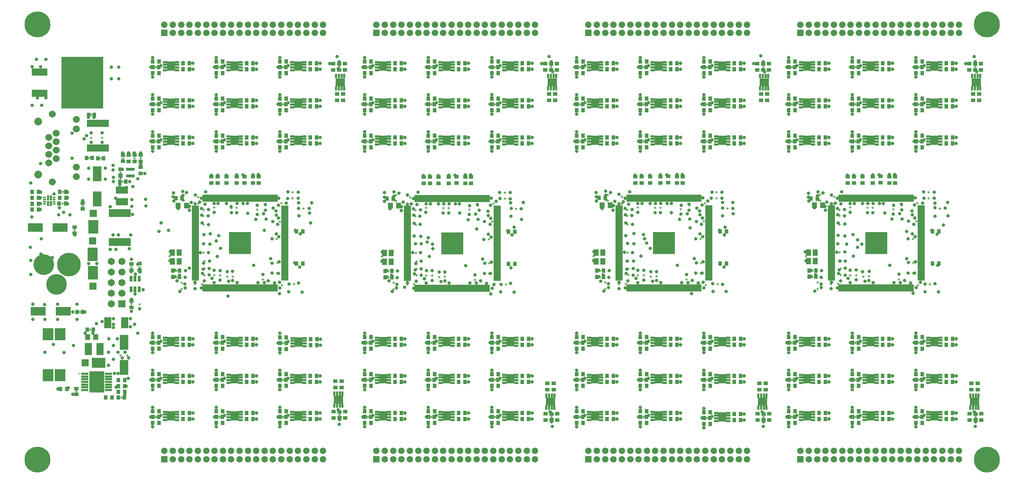
<source format=gts>
G04*
G04 #@! TF.GenerationSoftware,Altium Limited,Altium Designer,18.1.7 (191)*
G04*
G04 Layer_Color=8388736*
%FSLAX25Y25*%
%MOIN*%
G70*
G01*
G75*
%ADD12C,0.00787*%
%ADD15C,0.00500*%
%ADD53R,0.03556X0.03950*%
%ADD54R,0.04300X0.03800*%
%ADD55R,0.01981X0.06607*%
%ADD56R,0.06607X0.01981*%
%ADD57R,0.21076X0.21076*%
%ADD58R,0.04737X0.05721*%
%ADD59R,0.05131X0.05918*%
%ADD60R,0.03800X0.04300*%
%ADD61R,0.14186X0.20485*%
%ADD62R,0.07099X0.01981*%
%ADD63R,0.06706X0.06784*%
%ADD64R,0.13005X0.09461*%
%ADD65R,0.04343X0.03800*%
%ADD66R,0.07887X0.14186*%
%ADD67R,0.02572X0.06607*%
%ADD68R,0.03800X0.04343*%
%ADD69R,0.02572X0.07395*%
%ADD70R,0.11800X0.07099*%
%ADD71R,0.01981X0.02670*%
%ADD72R,0.10446X0.11824*%
%ADD73R,0.06800X0.02600*%
%ADD74R,0.03162X0.05721*%
%ADD75R,0.09461X0.13005*%
%ADD76R,0.06784X0.06706*%
%ADD77R,0.03162X0.01587*%
%ADD78R,0.02375X0.04934*%
%ADD79R,0.14580X0.07099*%
%ADD80R,0.39186X0.48831*%
%ADD81R,0.07493X0.08871*%
%ADD82R,0.04147X0.02178*%
%ADD83R,0.08871X0.07493*%
%ADD84R,0.02178X0.04147*%
%ADD85R,0.14186X0.07887*%
%ADD86R,0.07099X0.11800*%
%ADD87C,0.02532*%
%ADD88C,0.22296*%
%ADD89C,0.19461*%
%ADD90C,0.06556*%
%ADD91C,0.07296*%
%ADD92C,0.24422*%
%ADD93C,0.06115*%
%ADD94R,0.06115X0.06115*%
%ADD95R,0.06706X0.06706*%
%ADD96C,0.06706*%
%ADD97C,0.03200*%
G36*
X73009Y80938D02*
X63324D01*
Y90033D01*
X73009D01*
Y80938D01*
D02*
G37*
D12*
X52025Y93202D02*
G03*
X52025Y93202I-394J0D01*
G01*
D15*
X102926Y296599D02*
X104926D01*
X103926Y295599D02*
Y297599D01*
X742376Y184619D02*
X744376D01*
X743376Y183619D02*
Y185619D01*
X542076Y184604D02*
X544076D01*
X543076Y183604D02*
Y185604D01*
X343386Y183259D02*
Y185259D01*
X342386Y184259D02*
X344386D01*
X46306Y228669D02*
X48306D01*
X47306Y227669D02*
Y229669D01*
X62356Y337549D02*
X64356D01*
X63356Y336549D02*
Y338549D01*
X124009Y381418D02*
Y383418D01*
X123009Y382418D02*
X125009D01*
X826546Y252185D02*
X828546D01*
X827546Y251185D02*
Y253185D01*
X862583Y249129D02*
X864583D01*
X863583Y248129D02*
Y250129D01*
X795312Y248687D02*
Y250687D01*
X794312Y249687D02*
X796312D01*
X784746Y185273D02*
Y187273D01*
X783746Y186273D02*
X785746D01*
X837246Y220429D02*
X839246D01*
X838246Y219429D02*
Y221429D01*
X824946Y181273D02*
Y183273D01*
X823946Y182273D02*
X825946D01*
X837696Y197720D02*
X839696D01*
X838696Y196720D02*
Y198720D01*
X819746Y247329D02*
Y249329D01*
X818746Y248329D02*
X820746D01*
X800346Y248829D02*
Y250829D01*
X799346Y249829D02*
X801346D01*
X778946Y249129D02*
Y251129D01*
X777946Y250129D02*
X779946D01*
X768146Y234129D02*
X770146D01*
X769146Y233129D02*
Y235129D01*
X768146Y207629D02*
X770146D01*
X769146Y206629D02*
Y208629D01*
X779046Y185229D02*
Y187229D01*
X778046Y186229D02*
X780046D01*
X791346Y183929D02*
Y185929D01*
X790346Y184929D02*
X792346D01*
X747390Y173229D02*
X749390D01*
X748390Y172229D02*
Y174229D01*
X834946Y175273D02*
Y177273D01*
X833946Y176273D02*
X835946D01*
X768846Y186329D02*
X770846D01*
X769846Y185329D02*
Y187329D01*
X768946Y192429D02*
X770946D01*
X769946Y191429D02*
Y193429D01*
X767946Y247829D02*
X769946D01*
X768946Y246829D02*
Y248829D01*
X767846Y242129D02*
X769846D01*
X768846Y241129D02*
Y243129D01*
X747346Y179329D02*
X749346D01*
X748346Y178329D02*
Y180329D01*
X841346Y254229D02*
X843346D01*
X842346Y253229D02*
Y255229D01*
X837446Y188229D02*
X839446D01*
X838446Y187229D02*
Y189229D01*
X842946Y175773D02*
Y177773D01*
X841946Y176773D02*
X843946D01*
X795746Y185029D02*
X797746D01*
X796746Y184029D02*
Y186029D01*
X767746Y177029D02*
Y179029D01*
X766746Y178029D02*
X768746D01*
X769046Y199629D02*
X771046D01*
X770046Y198629D02*
Y200629D01*
X841246Y236029D02*
Y238029D01*
X840246Y237029D02*
X842246D01*
X761146Y176929D02*
Y178929D01*
X760146Y177929D02*
X762146D01*
X763946Y252829D02*
Y254829D01*
X762946Y253829D02*
X764946D01*
X853146Y257729D02*
Y259729D01*
X852146Y258729D02*
X854146D01*
X772528Y255797D02*
Y257797D01*
X771528Y256797D02*
X773528D01*
X854446Y176829D02*
Y178829D01*
X853446Y177829D02*
X855446D01*
X763046Y260029D02*
X765046D01*
X764046Y259029D02*
Y261029D01*
X749546Y262029D02*
X751546D01*
X750546Y261029D02*
Y263029D01*
X852146Y264529D02*
X854146D01*
X853146Y263529D02*
Y265529D01*
X749546Y256529D02*
X751546D01*
X750546Y255529D02*
Y257529D01*
X543076Y189534D02*
Y191534D01*
X542076Y190534D02*
X544076D01*
X536946Y203070D02*
Y205070D01*
X535946Y204070D02*
X537946D01*
X109516Y295569D02*
Y297569D01*
X108516Y296569D02*
X110516D01*
X91877Y296599D02*
X93877D01*
X92877Y295599D02*
Y297599D01*
X89496Y283279D02*
X91496D01*
X90496Y282279D02*
Y284279D01*
X92752Y273319D02*
Y275319D01*
X91752Y274319D02*
X93752D01*
X35898Y252761D02*
Y254761D01*
X34898Y253761D02*
X36898D01*
X124009Y311418D02*
Y313418D01*
X123009Y312418D02*
X125009D01*
X724009Y121418D02*
Y123418D01*
X723009Y122418D02*
X725009D01*
X723009D02*
X725009D01*
X724009Y121418D02*
Y123418D01*
X342386Y190189D02*
X344386D01*
X343386Y189189D02*
Y191189D01*
X347356Y178969D02*
X349356D01*
X348356Y177969D02*
Y179969D01*
X368856Y185969D02*
X370856D01*
X369856Y184969D02*
Y186969D01*
X368956Y192069D02*
X370956D01*
X369956Y191069D02*
Y193069D01*
X368156Y233769D02*
X370156D01*
X369156Y232769D02*
Y234769D01*
X367856Y241769D02*
X369856D01*
X368856Y240769D02*
Y242769D01*
X391356Y183569D02*
Y185569D01*
X390356Y184569D02*
X392356D01*
X453456Y177469D02*
X455456D01*
X454456Y176469D02*
Y178469D01*
X452156Y258369D02*
X454156D01*
X453156Y257369D02*
Y259369D01*
X452156Y264169D02*
X454156D01*
X453156Y263169D02*
Y265169D01*
X347400Y172869D02*
X349400D01*
X348400Y171869D02*
Y173869D01*
X362956Y253469D02*
X364956D01*
X363956Y252469D02*
Y254469D01*
X367756Y176669D02*
Y178669D01*
X366756Y177669D02*
X368756D01*
X368156Y207269D02*
X370156D01*
X369156Y206269D02*
Y208269D01*
X369056Y199269D02*
X371056D01*
X370056Y198269D02*
Y200269D01*
X363056Y259669D02*
X365056D01*
X364056Y258669D02*
Y260669D01*
X384756Y184913D02*
Y186913D01*
X383756Y185913D02*
X385756D01*
X400356Y248469D02*
Y250469D01*
X399356Y249469D02*
X401356D01*
X437456Y187869D02*
X439456D01*
X438456Y186869D02*
Y188869D01*
X437256Y220069D02*
X439256D01*
X438256Y219069D02*
Y221069D01*
X441356Y253869D02*
X443356D01*
X442356Y252869D02*
Y254869D01*
X367956Y247469D02*
X369956D01*
X368956Y246469D02*
Y248469D01*
X336256Y203725D02*
X338256D01*
X337256Y202725D02*
Y204725D01*
X349556Y256169D02*
X351556D01*
X350556Y255169D02*
Y257169D01*
X372538Y255437D02*
Y257437D01*
X371538Y256437D02*
X373538D01*
X396756Y183669D02*
Y185669D01*
X395756Y184669D02*
X397756D01*
X424956Y180913D02*
Y182913D01*
X423956Y181913D02*
X425956D01*
X434956Y174913D02*
Y176913D01*
X433956Y175913D02*
X435956D01*
X442956Y175413D02*
Y177413D01*
X441956Y176413D02*
X443956D01*
X441256Y235669D02*
Y237669D01*
X440256Y236669D02*
X442256D01*
X419756Y246969D02*
Y248969D01*
X418756Y247969D02*
X420756D01*
X427556Y250825D02*
Y252825D01*
X426556Y251825D02*
X428556D01*
X462593Y248769D02*
X464593D01*
X463593Y247769D02*
Y249769D01*
X349556Y261669D02*
X351556D01*
X350556Y260669D02*
Y262669D01*
X379056Y184869D02*
Y186869D01*
X378056Y185869D02*
X380056D01*
X361156Y176569D02*
Y178569D01*
X360156Y177569D02*
X362156D01*
X378956Y248769D02*
Y250769D01*
X377956Y249769D02*
X379956D01*
X395322Y248327D02*
Y250327D01*
X394322Y249327D02*
X396322D01*
X437706Y197360D02*
X439706D01*
X438706Y196360D02*
Y198360D01*
X495985Y382676D02*
X497985D01*
X496985Y381676D02*
Y383676D01*
X324009Y311418D02*
Y313418D01*
X323009Y312418D02*
X325009D01*
X724009Y311418D02*
Y313418D01*
X723009Y312418D02*
X725009D01*
X324009Y346418D02*
Y348418D01*
X323009Y347418D02*
X325009D01*
X524009Y346418D02*
Y348418D01*
X523009Y347418D02*
X525009D01*
X724009Y346418D02*
Y348418D01*
X723009Y347418D02*
X725009D01*
X324009Y381418D02*
Y383418D01*
X323009Y382418D02*
X325009D01*
X524009Y381418D02*
Y383418D01*
X523009Y382418D02*
X525009D01*
X724009Y381418D02*
Y383418D01*
X723009Y382418D02*
X725009D01*
X384009Y311418D02*
Y313418D01*
X383009Y312418D02*
X385009D01*
X584009Y311418D02*
Y313418D01*
X583009Y312418D02*
X585009D01*
X784009Y311418D02*
Y313418D01*
X783009Y312418D02*
X785009D01*
X384009Y346418D02*
Y348418D01*
X383009Y347418D02*
X385009D01*
X584009Y346418D02*
Y348418D01*
X583009Y347418D02*
X585009D01*
X784009Y346418D02*
Y348418D01*
X783009Y347418D02*
X785009D01*
X384009Y381418D02*
Y383418D01*
X383009Y382418D02*
X385009D01*
X584009Y381418D02*
Y383418D01*
X583009Y382418D02*
X585009D01*
X784009Y381418D02*
Y383418D01*
X783009Y382418D02*
X785009D01*
X444009Y311418D02*
Y313418D01*
X443009Y312418D02*
X445009D01*
X644009Y311418D02*
Y313418D01*
X643009Y312418D02*
X645009D01*
X844009Y311418D02*
Y313418D01*
X843009Y312418D02*
X845009D01*
X444009Y346418D02*
Y348418D01*
X443009Y347418D02*
X445009D01*
X644009Y346418D02*
Y348418D01*
X643009Y347418D02*
X645009D01*
X844009Y346418D02*
Y348418D01*
X843009Y347418D02*
X845009D01*
X444009Y381418D02*
Y383418D01*
X443009Y382418D02*
X445009D01*
X644009Y381418D02*
Y383418D01*
X643009Y382418D02*
X645009D01*
X844009Y381418D02*
Y383418D01*
X843009Y382418D02*
X845009D01*
X324009Y121418D02*
Y123418D01*
X323009Y122418D02*
X325009D01*
X524009Y121418D02*
Y123418D01*
X523009Y122418D02*
X525009D01*
X324009Y86418D02*
Y88418D01*
X323009Y87418D02*
X325009D01*
X524009Y86418D02*
Y88418D01*
X523009Y87418D02*
X525009D01*
X724009Y86418D02*
Y88418D01*
X723009Y87418D02*
X725009D01*
X323009Y52418D02*
X325009D01*
X324009Y51418D02*
Y53418D01*
X523009Y52418D02*
X525009D01*
X524009Y51418D02*
Y53418D01*
X723009Y52418D02*
X725009D01*
X724009Y51418D02*
Y53418D01*
X384009Y121418D02*
Y123418D01*
X383009Y122418D02*
X385009D01*
X584009Y121418D02*
Y123418D01*
X583009Y122418D02*
X585009D01*
X784009Y121418D02*
Y123418D01*
X783009Y122418D02*
X785009D01*
X384009Y86418D02*
Y88418D01*
X383009Y87418D02*
X385009D01*
X584009Y86418D02*
Y88418D01*
X583009Y87418D02*
X585009D01*
X784009Y86418D02*
Y88418D01*
X783009Y87418D02*
X785009D01*
X384009Y51418D02*
Y53418D01*
X383009Y52418D02*
X385009D01*
X584009Y51418D02*
Y53418D01*
X583009Y52418D02*
X585009D01*
X784009Y51418D02*
Y53418D01*
X783009Y52418D02*
X785009D01*
X444009Y121418D02*
Y123418D01*
X443009Y122418D02*
X445009D01*
X644009Y121418D02*
Y123418D01*
X643009Y122418D02*
X645009D01*
X844009Y121418D02*
Y123418D01*
X843009Y122418D02*
X845009D01*
X444009Y86418D02*
Y88418D01*
X443009Y87418D02*
X445009D01*
X644009Y86418D02*
Y88418D01*
X643009Y87418D02*
X645009D01*
X844009Y86418D02*
Y88418D01*
X843009Y87418D02*
X845009D01*
X444009Y51418D02*
Y53418D01*
X443009Y52418D02*
X445009D01*
X644009Y50418D02*
Y52418D01*
X643009Y51418D02*
X645009D01*
X844009D02*
Y53418D01*
X843009Y52418D02*
X845009D01*
X524009Y311418D02*
Y313418D01*
X523009Y312418D02*
X525009D01*
X143276Y183519D02*
Y185519D01*
X142276Y184519D02*
X144276D01*
X143276Y189449D02*
Y191449D01*
X142276Y190449D02*
X144276D01*
X137146Y202985D02*
Y204985D01*
X136146Y203985D02*
X138146D01*
X123009Y87418D02*
X125009D01*
X124009Y86418D02*
Y88418D01*
X123009Y122418D02*
X125009D01*
X124009Y121418D02*
Y123418D01*
X123009Y52418D02*
X125009D01*
X124009Y51418D02*
Y53418D01*
X183009Y122418D02*
X185009D01*
X184009Y121418D02*
Y123418D01*
X183009Y87418D02*
X185009D01*
X184009Y86418D02*
Y88418D01*
X183009Y52418D02*
X185009D01*
X184009Y51418D02*
Y53418D01*
X243126Y122059D02*
X245126D01*
X244126Y121059D02*
Y123059D01*
X243009Y87418D02*
X245009D01*
X244009Y86418D02*
Y88418D01*
X243009Y52418D02*
X245009D01*
X244009Y51418D02*
Y53418D01*
X123009Y122418D02*
X125009D01*
X124009Y121418D02*
Y123418D01*
X297267Y53442D02*
Y55442D01*
X296267Y54442D02*
X298267D01*
X243009Y52418D02*
X245009D01*
X244009Y51418D02*
Y53418D01*
X243009Y87418D02*
X245009D01*
X244009Y86418D02*
Y88418D01*
X243126Y122059D02*
X245126D01*
X244126Y121059D02*
Y123059D01*
X183009Y52418D02*
X185009D01*
X184009Y51418D02*
Y53418D01*
X183009Y87418D02*
X185009D01*
X184009Y86418D02*
Y88418D01*
X183009Y122418D02*
X185009D01*
X184009Y121418D02*
Y123418D01*
X123009Y52418D02*
X125009D01*
X124009Y51418D02*
Y53418D01*
X123009Y87418D02*
X125009D01*
X124009Y86418D02*
Y88418D01*
X184009Y381418D02*
Y383418D01*
X183009Y382418D02*
X185009D01*
X123009Y312418D02*
X125009D01*
X124009Y311418D02*
Y313418D01*
X243009Y312418D02*
X245009D01*
X244009Y311418D02*
Y313418D01*
X123009Y382418D02*
X125009D01*
X124009Y381418D02*
Y383418D01*
X243009Y382418D02*
X245009D01*
X244009Y381418D02*
Y383418D01*
X123009Y347418D02*
X125009D01*
X124009Y346418D02*
Y348418D01*
X243009Y347418D02*
X245009D01*
X244009Y346418D02*
Y348418D01*
X183009Y312418D02*
X185009D01*
X184009Y311418D02*
Y313418D01*
X183009Y382418D02*
X185009D01*
X184009Y381418D02*
Y383418D01*
X183009Y347418D02*
X185009D01*
X184009Y346418D02*
Y348418D01*
X243009Y312418D02*
X245009D01*
X244009Y311418D02*
Y313418D01*
X243009Y382418D02*
X245009D01*
X244009Y381418D02*
Y383418D01*
X123009Y347418D02*
X125009D01*
X124009Y346418D02*
Y348418D01*
X243009Y347418D02*
X245009D01*
X244009Y346418D02*
Y348418D01*
X183009Y312418D02*
X185009D01*
X184009Y311418D02*
Y313418D01*
X296985Y381676D02*
Y383676D01*
X295985Y382676D02*
X297985D01*
X183009Y347418D02*
X185009D01*
X184009Y346418D02*
Y348418D01*
X723009Y312418D02*
X725009D01*
X724009Y311418D02*
Y313418D01*
X523009Y312418D02*
X525009D01*
X524009Y311418D02*
Y313418D01*
X323009Y312418D02*
X325009D01*
X324009Y311418D02*
Y313418D01*
X897267Y51442D02*
Y53442D01*
X896267Y52442D02*
X898267D01*
X697267Y51442D02*
Y53442D01*
X696267Y52442D02*
X698267D01*
X497267Y51442D02*
Y53442D01*
X496267Y52442D02*
X498267D01*
X843009Y52418D02*
X845009D01*
X844009Y51418D02*
Y53418D01*
X643009Y51418D02*
X645009D01*
X644009Y50418D02*
Y52418D01*
X443009D02*
X445009D01*
X444009Y51418D02*
Y53418D01*
X843009Y87418D02*
X845009D01*
X844009Y86418D02*
Y88418D01*
X643009Y87418D02*
X645009D01*
X644009Y86418D02*
Y88418D01*
X443009Y87418D02*
X445009D01*
X444009Y86418D02*
Y88418D01*
X843009Y122418D02*
X845009D01*
X844009Y121418D02*
Y123418D01*
X643009Y122418D02*
X645009D01*
X644009Y121418D02*
Y123418D01*
X443009Y122418D02*
X445009D01*
X444009Y121418D02*
Y123418D01*
X783009Y52418D02*
X785009D01*
X784009Y51418D02*
Y53418D01*
X583009Y52418D02*
X585009D01*
X584009Y51418D02*
Y53418D01*
X383009Y52418D02*
X385009D01*
X384009Y51418D02*
Y53418D01*
X783009Y87418D02*
X785009D01*
X784009Y86418D02*
Y88418D01*
X583009Y87418D02*
X585009D01*
X584009Y86418D02*
Y88418D01*
X383009Y87418D02*
X385009D01*
X384009Y86418D02*
Y88418D01*
X783009Y122418D02*
X785009D01*
X784009Y121418D02*
Y123418D01*
X583009Y122418D02*
X585009D01*
X584009Y121418D02*
Y123418D01*
X383009Y122418D02*
X385009D01*
X384009Y121418D02*
Y123418D01*
X723009Y52418D02*
X725009D01*
X724009Y51418D02*
Y53418D01*
X523009Y52418D02*
X525009D01*
X524009Y51418D02*
Y53418D01*
X323009Y52418D02*
X325009D01*
X324009Y51418D02*
Y53418D01*
X723009Y87418D02*
X725009D01*
X724009Y86418D02*
Y88418D01*
X523009Y87418D02*
X525009D01*
X524009Y86418D02*
Y88418D01*
X323009Y87418D02*
X325009D01*
X324009Y86418D02*
Y88418D01*
X523009Y122418D02*
X525009D01*
X524009Y121418D02*
Y123418D01*
X323009Y122418D02*
X325009D01*
X324009Y121418D02*
Y123418D01*
X896985Y381676D02*
Y383676D01*
X895985Y382676D02*
X897985D01*
X696985Y381676D02*
Y383676D01*
X695985Y382676D02*
X697985D01*
X843009Y382418D02*
X845009D01*
X844009Y381418D02*
Y383418D01*
X643009Y382418D02*
X645009D01*
X644009Y381418D02*
Y383418D01*
X443009Y382418D02*
X445009D01*
X444009Y381418D02*
Y383418D01*
X843009Y347418D02*
X845009D01*
X844009Y346418D02*
Y348418D01*
X643009Y347418D02*
X645009D01*
X644009Y346418D02*
Y348418D01*
X443009Y347418D02*
X445009D01*
X444009Y346418D02*
Y348418D01*
X843009Y312418D02*
X845009D01*
X844009Y311418D02*
Y313418D01*
X643009Y312418D02*
X645009D01*
X644009Y311418D02*
Y313418D01*
X443009Y312418D02*
X445009D01*
X444009Y311418D02*
Y313418D01*
X783009Y382418D02*
X785009D01*
X784009Y381418D02*
Y383418D01*
X583009Y382418D02*
X585009D01*
X584009Y381418D02*
Y383418D01*
X383009Y382418D02*
X385009D01*
X384009Y381418D02*
Y383418D01*
X783009Y347418D02*
X785009D01*
X784009Y346418D02*
Y348418D01*
X583009Y347418D02*
X585009D01*
X584009Y346418D02*
Y348418D01*
X383009Y347418D02*
X385009D01*
X384009Y346418D02*
Y348418D01*
X783009Y312418D02*
X785009D01*
X784009Y311418D02*
Y313418D01*
X583009Y312418D02*
X585009D01*
X584009Y311418D02*
Y313418D01*
X383009Y312418D02*
X385009D01*
X384009Y311418D02*
Y313418D01*
X723009Y382418D02*
X725009D01*
X724009Y381418D02*
Y383418D01*
X523009Y382418D02*
X525009D01*
X524009Y381418D02*
Y383418D01*
X323009Y382418D02*
X325009D01*
X324009Y381418D02*
Y383418D01*
X723009Y347418D02*
X725009D01*
X724009Y346418D02*
Y348418D01*
X523009Y347418D02*
X525009D01*
X524009Y346418D02*
Y348418D01*
X323009Y347418D02*
X325009D01*
X324009Y346418D02*
Y348418D01*
X100836Y158093D02*
Y160093D01*
X99836Y159093D02*
X101836D01*
X100846Y192625D02*
Y194625D01*
X99846Y193625D02*
X101846D01*
X108806Y157849D02*
Y159849D01*
X107806Y158849D02*
X109806D01*
X108706Y192839D02*
Y194839D01*
X107706Y193839D02*
X109706D01*
X262483Y249029D02*
X264483D01*
X263483Y248029D02*
Y250029D01*
X195212Y248587D02*
Y250587D01*
X194212Y249587D02*
X196212D01*
X184646Y185173D02*
Y187173D01*
X183646Y186173D02*
X185646D01*
X237146Y220329D02*
X239146D01*
X238146Y219329D02*
Y221329D01*
X224846Y181173D02*
Y183173D01*
X223846Y182173D02*
X225846D01*
X237596Y197620D02*
X239596D01*
X238596Y196620D02*
Y198620D01*
X219646Y247229D02*
Y249229D01*
X218646Y248229D02*
X220646D01*
X200246Y248729D02*
Y250729D01*
X199246Y249729D02*
X201246D01*
X178846Y249029D02*
Y251029D01*
X177846Y250029D02*
X179846D01*
X168046Y234029D02*
X170046D01*
X169046Y233029D02*
Y235029D01*
X168046Y207529D02*
X170046D01*
X169046Y206529D02*
Y208529D01*
X178946Y185129D02*
Y187129D01*
X177946Y186129D02*
X179946D01*
X191246Y183829D02*
Y185829D01*
X190246Y184829D02*
X192246D01*
X147290Y173129D02*
X149290D01*
X148290Y172129D02*
Y174129D01*
X234846Y175173D02*
Y177173D01*
X233846Y176173D02*
X235846D01*
X168746Y186229D02*
X170746D01*
X169746Y185229D02*
Y187229D01*
X168846Y192329D02*
X170846D01*
X169846Y191329D02*
Y193329D01*
X167846Y247729D02*
X169846D01*
X168846Y246729D02*
Y248729D01*
X167746Y242029D02*
X169746D01*
X168746Y241029D02*
Y243029D01*
X147246Y179229D02*
X149246D01*
X148246Y178229D02*
Y180229D01*
X241246Y254129D02*
X243246D01*
X242246Y253129D02*
Y255129D01*
X237346Y188129D02*
X239346D01*
X238346Y187129D02*
Y189129D01*
X242846Y175673D02*
Y177673D01*
X241846Y176673D02*
X243846D01*
X196646Y183929D02*
Y185929D01*
X195646Y184929D02*
X197646D01*
X167646Y176929D02*
Y178929D01*
X166646Y177929D02*
X168646D01*
X168946Y199529D02*
X170946D01*
X169946Y198529D02*
Y200529D01*
X241146Y235929D02*
Y237929D01*
X240146Y236929D02*
X242146D01*
X161046Y176829D02*
Y178829D01*
X160046Y177829D02*
X162046D01*
X162846Y253729D02*
X164846D01*
X163846Y252729D02*
Y254729D01*
X252046Y258629D02*
X254046D01*
X253046Y257629D02*
Y259629D01*
X172428Y255697D02*
Y257697D01*
X171428Y256697D02*
X173428D01*
X253346Y177729D02*
X255346D01*
X254346Y176729D02*
Y178729D01*
X162946Y259929D02*
X164946D01*
X163946Y258929D02*
Y260929D01*
X149446Y261929D02*
X151446D01*
X150446Y260929D02*
Y262929D01*
X252046Y264429D02*
X254046D01*
X253046Y263429D02*
Y265429D01*
X227446Y251085D02*
Y253085D01*
X226446Y252085D02*
X228446D01*
X149446Y256429D02*
X151446D01*
X150446Y255429D02*
Y257429D01*
X663283Y248114D02*
Y250114D01*
X662283Y249114D02*
X664283D01*
X594012Y249672D02*
X596012D01*
X595012Y248672D02*
Y250672D01*
X583446Y186258D02*
X585446D01*
X584446Y185258D02*
Y187258D01*
X637946Y219414D02*
Y221414D01*
X636946Y220414D02*
X638946D01*
X623646Y182258D02*
X625646D01*
X624646Y181258D02*
Y183258D01*
X638396Y196705D02*
Y198705D01*
X637396Y197705D02*
X639396D01*
X618446Y248314D02*
X620446D01*
X619446Y247314D02*
Y249314D01*
X599046Y249814D02*
X601046D01*
X600046Y248814D02*
Y250814D01*
X577646Y250114D02*
X579646D01*
X578646Y249114D02*
Y251114D01*
X568846Y233114D02*
Y235114D01*
X567846Y234114D02*
X569846D01*
X568846Y206614D02*
Y208614D01*
X567846Y207614D02*
X569846D01*
X577746Y186214D02*
X579746D01*
X578746Y185214D02*
Y187214D01*
X590046Y184914D02*
X592046D01*
X591046Y183914D02*
Y185914D01*
X548090Y172214D02*
Y174214D01*
X547090Y173214D02*
X549090D01*
X633646Y176258D02*
X635646D01*
X634646Y175258D02*
Y177258D01*
X569546Y185314D02*
Y187314D01*
X568546Y186314D02*
X570546D01*
X569646Y191414D02*
Y193414D01*
X568646Y192414D02*
X570646D01*
X568646Y246814D02*
Y248814D01*
X567646Y247814D02*
X569646D01*
X568546Y241114D02*
Y243114D01*
X567546Y242114D02*
X569546D01*
X548046Y178314D02*
Y180314D01*
X547046Y179314D02*
X549046D01*
X642046Y253214D02*
Y255214D01*
X641046Y254214D02*
X643046D01*
X638146Y187214D02*
Y189214D01*
X637146Y188214D02*
X639146D01*
X641646Y176758D02*
X643646D01*
X642646Y175758D02*
Y177758D01*
X595446Y185014D02*
X597446D01*
X596446Y184014D02*
Y186014D01*
X566446Y178014D02*
X568446D01*
X567446Y177014D02*
Y179014D01*
X569746Y198614D02*
Y200614D01*
X568746Y199614D02*
X570746D01*
X639946Y237014D02*
X641946D01*
X640946Y236014D02*
Y238014D01*
X559846Y177914D02*
X561846D01*
X560846Y176914D02*
Y178914D01*
X563646Y252814D02*
Y254814D01*
X562646Y253814D02*
X564646D01*
X652846Y257714D02*
Y259714D01*
X651846Y258714D02*
X653846D01*
X571228Y256782D02*
X573228D01*
X572228Y255782D02*
Y257782D01*
X654146Y176814D02*
Y178814D01*
X653146Y177814D02*
X655146D01*
X563746Y259014D02*
Y261014D01*
X562746Y260014D02*
X564746D01*
X550246Y261014D02*
Y263014D01*
X549246Y262014D02*
X551246D01*
X652846Y263514D02*
Y265514D01*
X651846Y264514D02*
X653846D01*
X626246Y252170D02*
X628246D01*
X627246Y251170D02*
Y253170D01*
X550246Y255514D02*
Y257514D01*
X549246Y256514D02*
X551246D01*
X742376Y190549D02*
X744376D01*
X743376Y189549D02*
Y191549D01*
X36160Y263677D02*
Y265676D01*
X35160Y264676D02*
X37160D01*
X63126Y314709D02*
Y316709D01*
X62126Y315709D02*
X64126D01*
X73366Y314709D02*
Y316709D01*
X72366Y315709D02*
X74366D01*
X55116Y250499D02*
Y252499D01*
X54116Y251499D02*
X56116D01*
X51350Y151549D02*
X53350D01*
X52350Y150549D02*
Y152549D01*
X47976Y76499D02*
X49976D01*
X48976Y75499D02*
Y77499D01*
X62132Y133699D02*
Y135699D01*
X61132Y134699D02*
X63132D01*
X91576Y69699D02*
Y71699D01*
X90576Y70699D02*
X92576D01*
X95976Y110399D02*
X97976D01*
X96976Y109399D02*
Y111399D01*
X89698Y110399D02*
X91698D01*
X90698Y109399D02*
Y111399D01*
X736246Y204085D02*
X738246D01*
X737246Y203085D02*
Y205085D01*
X61246Y295669D02*
Y297669D01*
X60246Y296669D02*
X62246D01*
X71952Y295489D02*
Y297489D01*
X70952Y296489D02*
X72952D01*
D53*
X740226Y184619D02*
D03*
X746526D02*
D03*
X539926Y184604D02*
D03*
X546226D02*
D03*
X346536Y184259D02*
D03*
X340236D02*
D03*
X32749Y253761D02*
D03*
X39048D02*
D03*
X340236Y190189D02*
D03*
X346536D02*
D03*
X746526Y190549D02*
D03*
X740226D02*
D03*
X546226Y190534D02*
D03*
X539926D02*
D03*
X146426Y184519D02*
D03*
X140126D02*
D03*
X146426Y190449D02*
D03*
X140126D02*
D03*
D54*
X821246Y273129D02*
D03*
Y279129D02*
D03*
X815846Y273129D02*
D03*
Y279129D02*
D03*
X800346Y273129D02*
D03*
Y279129D02*
D03*
X790646Y273129D02*
D03*
Y279129D02*
D03*
X782546Y273129D02*
D03*
Y279129D02*
D03*
X776546Y273129D02*
D03*
Y279129D02*
D03*
X620946Y273114D02*
D03*
Y279114D02*
D03*
X615546Y273114D02*
D03*
Y279114D02*
D03*
X600046Y273114D02*
D03*
Y279114D02*
D03*
X590346Y273114D02*
D03*
Y279114D02*
D03*
X582246Y273114D02*
D03*
Y279114D02*
D03*
X576246Y273114D02*
D03*
Y279114D02*
D03*
X421256Y272769D02*
D03*
Y278769D02*
D03*
X415856Y272769D02*
D03*
Y278769D02*
D03*
X400356Y272769D02*
D03*
Y278769D02*
D03*
X390656Y272769D02*
D03*
Y278769D02*
D03*
X382556Y272769D02*
D03*
Y278769D02*
D03*
X376556Y272769D02*
D03*
Y278769D02*
D03*
X176446Y279029D02*
D03*
X182446D02*
D03*
X190546D02*
D03*
X200246D02*
D03*
X215746D02*
D03*
X221146D02*
D03*
X103926Y299599D02*
D03*
Y293599D02*
D03*
X109516Y299569D02*
D03*
Y293569D02*
D03*
X109506Y288139D02*
D03*
Y282139D02*
D03*
X98414Y299599D02*
D03*
Y293599D02*
D03*
X407756Y278969D02*
D03*
Y272969D02*
D03*
X491485Y385676D02*
D03*
Y379676D02*
D03*
X502485Y385676D02*
D03*
Y379676D02*
D03*
X500785Y356976D02*
D03*
Y350976D02*
D03*
X495085Y356976D02*
D03*
Y350976D02*
D03*
X299167Y86142D02*
D03*
Y80142D02*
D03*
X302767Y57442D02*
D03*
Y51442D02*
D03*
X293467Y86142D02*
D03*
Y80142D02*
D03*
X291767Y57442D02*
D03*
Y51442D02*
D03*
X295085Y350976D02*
D03*
Y356976D02*
D03*
X300785Y350976D02*
D03*
Y356976D02*
D03*
X291485Y379676D02*
D03*
Y385676D02*
D03*
X302485Y379676D02*
D03*
Y385676D02*
D03*
X899167Y84142D02*
D03*
Y78142D02*
D03*
X902767Y55442D02*
D03*
Y49442D02*
D03*
X893467Y84142D02*
D03*
Y78142D02*
D03*
X891767Y55442D02*
D03*
Y49442D02*
D03*
X699167Y84142D02*
D03*
Y78142D02*
D03*
X702767Y55442D02*
D03*
Y49442D02*
D03*
X693467Y84142D02*
D03*
Y78142D02*
D03*
X691767Y55442D02*
D03*
Y49442D02*
D03*
X499167Y84142D02*
D03*
Y78142D02*
D03*
X502767Y55442D02*
D03*
Y49442D02*
D03*
X493467Y84142D02*
D03*
Y78142D02*
D03*
X491767Y55442D02*
D03*
Y49442D02*
D03*
X895085Y350976D02*
D03*
Y356976D02*
D03*
X891485Y379676D02*
D03*
Y385676D02*
D03*
X900785Y350976D02*
D03*
Y356976D02*
D03*
X902485Y379676D02*
D03*
Y385676D02*
D03*
X695085Y350976D02*
D03*
Y356976D02*
D03*
X691485Y379676D02*
D03*
Y385676D02*
D03*
X700785Y350976D02*
D03*
Y356976D02*
D03*
X702485Y379676D02*
D03*
Y385676D02*
D03*
X108786Y191009D02*
D03*
Y197009D02*
D03*
X207646Y273229D02*
D03*
Y279229D02*
D03*
X607446Y273314D02*
D03*
Y279314D02*
D03*
X807746Y273329D02*
D03*
Y279329D02*
D03*
X221146Y273029D02*
D03*
X215746D02*
D03*
X200246D02*
D03*
X190546D02*
D03*
X182446D02*
D03*
X176446D02*
D03*
X100846Y190869D02*
D03*
Y196869D02*
D03*
X100836Y161849D02*
D03*
Y155849D02*
D03*
D55*
X778966Y174278D02*
D03*
X800620D02*
D03*
X820305D02*
D03*
X830148D02*
D03*
X773061Y258829D02*
D03*
X782903D02*
D03*
X790777D02*
D03*
X806526D02*
D03*
X824242D02*
D03*
X775029D02*
D03*
X776998D02*
D03*
X780935D02*
D03*
X784872D02*
D03*
X786840D02*
D03*
X788809D02*
D03*
X792746D02*
D03*
X794714D02*
D03*
X796683D02*
D03*
X798652D02*
D03*
X802588D02*
D03*
X804557D02*
D03*
X808494D02*
D03*
X810462D02*
D03*
X812431D02*
D03*
X814400D02*
D03*
X816368D02*
D03*
X832116D02*
D03*
X834085D02*
D03*
X836053D02*
D03*
X834085Y174278D02*
D03*
X832116D02*
D03*
X826210D02*
D03*
X824242D02*
D03*
X822274D02*
D03*
X818336D02*
D03*
X816368D02*
D03*
X814400D02*
D03*
X812431D02*
D03*
X810462D02*
D03*
X808494D02*
D03*
X806526D02*
D03*
X804557D02*
D03*
X802588D02*
D03*
X798652D02*
D03*
X790777D02*
D03*
X782903D02*
D03*
X780935D02*
D03*
X776998D02*
D03*
X773061D02*
D03*
X771092D02*
D03*
X818336Y258829D02*
D03*
X820305D02*
D03*
X828179D02*
D03*
X830148D02*
D03*
X794714Y174278D02*
D03*
X788809D02*
D03*
X786840D02*
D03*
X784872D02*
D03*
X769124Y258829D02*
D03*
X826210D02*
D03*
X838022D02*
D03*
Y174278D02*
D03*
X796683D02*
D03*
X769124D02*
D03*
X778966Y258829D02*
D03*
X800620D02*
D03*
X822274D02*
D03*
X828179Y174278D02*
D03*
X792746D02*
D03*
X775029D02*
D03*
X771092Y258829D02*
D03*
X836053Y174278D02*
D03*
X578666Y174263D02*
D03*
X600320D02*
D03*
X572761Y258814D02*
D03*
X582604D02*
D03*
X590478D02*
D03*
X620005Y174263D02*
D03*
X629847D02*
D03*
X606225Y258814D02*
D03*
X623942D02*
D03*
X570792Y174263D02*
D03*
X572761D02*
D03*
X576698D02*
D03*
X580635D02*
D03*
X582604D02*
D03*
X590478D02*
D03*
X598351D02*
D03*
X602288D02*
D03*
X604257D02*
D03*
X606225D02*
D03*
X608194D02*
D03*
X610162D02*
D03*
X612131D02*
D03*
X614100D02*
D03*
X616068D02*
D03*
X618037D02*
D03*
X621974D02*
D03*
X623942D02*
D03*
X625911D02*
D03*
X631816D02*
D03*
X633785D02*
D03*
X635753Y258814D02*
D03*
X633785D02*
D03*
X631816D02*
D03*
X616068D02*
D03*
X614100D02*
D03*
X612131D02*
D03*
X610162D02*
D03*
X608194D02*
D03*
X604257D02*
D03*
X602288D02*
D03*
X598351D02*
D03*
X596383D02*
D03*
X594415D02*
D03*
X592446D02*
D03*
X588509D02*
D03*
X586541D02*
D03*
X584572D02*
D03*
X580635D02*
D03*
X576698D02*
D03*
X574729D02*
D03*
X618037D02*
D03*
X620005D02*
D03*
X627879D02*
D03*
X629847D02*
D03*
X594415Y174263D02*
D03*
X588509D02*
D03*
X586541D02*
D03*
X584572D02*
D03*
X578666Y258814D02*
D03*
X600320D02*
D03*
X621974D02*
D03*
X627879Y174263D02*
D03*
X592446D02*
D03*
X574729D02*
D03*
X568824Y258814D02*
D03*
X625911D02*
D03*
X637722D02*
D03*
Y174263D02*
D03*
X596383D02*
D03*
X568824D02*
D03*
X570792Y258814D02*
D03*
X635753Y174263D02*
D03*
X384882Y173918D02*
D03*
X386851D02*
D03*
X388819D02*
D03*
X394724D02*
D03*
X430158Y258469D02*
D03*
X428189D02*
D03*
X420315D02*
D03*
X418347D02*
D03*
X375039D02*
D03*
X377008D02*
D03*
X380945D02*
D03*
X384882D02*
D03*
X386851D02*
D03*
X388819D02*
D03*
X392756D02*
D03*
X394724D02*
D03*
X396693D02*
D03*
X398661D02*
D03*
X402598D02*
D03*
X404567D02*
D03*
X408504D02*
D03*
X410472D02*
D03*
X412441D02*
D03*
X414409D02*
D03*
X416378D02*
D03*
X432126D02*
D03*
X434095D02*
D03*
X436063D02*
D03*
X434095Y173918D02*
D03*
X432126D02*
D03*
X426221D02*
D03*
X424252D02*
D03*
X422284D02*
D03*
X418347D02*
D03*
X416378D02*
D03*
X414409D02*
D03*
X412441D02*
D03*
X410472D02*
D03*
X408504D02*
D03*
X406535D02*
D03*
X404567D02*
D03*
X402598D02*
D03*
X398661D02*
D03*
X390788D02*
D03*
X382913D02*
D03*
X380945D02*
D03*
X377008D02*
D03*
X373071D02*
D03*
X371102D02*
D03*
X424252Y258469D02*
D03*
X382913D02*
D03*
X373071D02*
D03*
X406535D02*
D03*
X390788D02*
D03*
X430158Y173918D02*
D03*
X420315D02*
D03*
X400630D02*
D03*
X378976D02*
D03*
X369134Y258469D02*
D03*
X426221D02*
D03*
X438032D02*
D03*
Y173918D02*
D03*
X396693D02*
D03*
X369134D02*
D03*
X378976Y258469D02*
D03*
X400630D02*
D03*
X422284D02*
D03*
X428189Y173918D02*
D03*
X392756D02*
D03*
X375039D02*
D03*
X371102Y258469D02*
D03*
X436063Y173918D02*
D03*
X235953Y174178D02*
D03*
X170992Y258729D02*
D03*
X174929Y174178D02*
D03*
X192646D02*
D03*
X228079D02*
D03*
X222174Y258729D02*
D03*
X200520D02*
D03*
X178867D02*
D03*
X169024Y174178D02*
D03*
X196583D02*
D03*
X237922D02*
D03*
Y258729D02*
D03*
X226111D02*
D03*
X169024D02*
D03*
X174929D02*
D03*
X176898D02*
D03*
X180835D02*
D03*
X184772D02*
D03*
X186741D02*
D03*
X188709D02*
D03*
X192646D02*
D03*
X194615D02*
D03*
X196583D02*
D03*
X198551D02*
D03*
X202488D02*
D03*
X204457D02*
D03*
X208394D02*
D03*
X210363D02*
D03*
X212331D02*
D03*
X214300D02*
D03*
X216268D02*
D03*
X232016D02*
D03*
X233985D02*
D03*
X235953D02*
D03*
X233985Y174178D02*
D03*
X232016D02*
D03*
X226111D02*
D03*
X224142D02*
D03*
X222174D02*
D03*
X218236D02*
D03*
X216268D02*
D03*
X214300D02*
D03*
X212331D02*
D03*
X210363D02*
D03*
X208394D02*
D03*
X206425D02*
D03*
X204457D02*
D03*
X202488D02*
D03*
X198551D02*
D03*
X182803D02*
D03*
X180835D02*
D03*
X176898D02*
D03*
X172961D02*
D03*
X170992D02*
D03*
X224142Y258729D02*
D03*
X182803D02*
D03*
X172961D02*
D03*
X206425D02*
D03*
X190677D02*
D03*
X230048Y174178D02*
D03*
X178867D02*
D03*
X220205D02*
D03*
X200520D02*
D03*
X190677D02*
D03*
X218236Y258729D02*
D03*
X220205D02*
D03*
X228079D02*
D03*
X230048D02*
D03*
X194615Y174178D02*
D03*
X188709D02*
D03*
X186741D02*
D03*
X184772D02*
D03*
D56*
X845848Y201790D02*
D03*
Y225412D02*
D03*
X761297Y245097D02*
D03*
Y247065D02*
D03*
X845848Y243128D02*
D03*
Y247065D02*
D03*
Y245097D02*
D03*
Y239191D02*
D03*
Y237223D02*
D03*
Y235254D02*
D03*
Y233286D02*
D03*
Y231317D02*
D03*
Y229349D02*
D03*
Y227380D02*
D03*
Y221475D02*
D03*
Y219506D02*
D03*
Y217538D02*
D03*
Y215569D02*
D03*
Y213601D02*
D03*
Y211632D02*
D03*
Y209664D02*
D03*
Y207695D02*
D03*
Y205727D02*
D03*
Y203758D02*
D03*
Y197853D02*
D03*
Y195884D02*
D03*
Y193916D02*
D03*
Y191947D02*
D03*
Y189979D02*
D03*
Y188010D02*
D03*
Y186042D02*
D03*
Y184073D02*
D03*
X761297Y188010D02*
D03*
Y189979D02*
D03*
Y193916D02*
D03*
Y195884D02*
D03*
Y197853D02*
D03*
Y199821D02*
D03*
Y201790D02*
D03*
Y203758D02*
D03*
Y205727D02*
D03*
Y209664D02*
D03*
Y211632D02*
D03*
Y213601D02*
D03*
Y215569D02*
D03*
Y217538D02*
D03*
Y219506D02*
D03*
Y221475D02*
D03*
Y223443D02*
D03*
Y225412D02*
D03*
Y227380D02*
D03*
Y229349D02*
D03*
Y231317D02*
D03*
Y233286D02*
D03*
Y237223D02*
D03*
Y239191D02*
D03*
Y241160D02*
D03*
X845848Y251002D02*
D03*
Y182105D02*
D03*
X761297D02*
D03*
Y251002D02*
D03*
X845848Y241160D02*
D03*
Y223443D02*
D03*
Y199821D02*
D03*
X761297Y191947D02*
D03*
Y207695D02*
D03*
Y235254D02*
D03*
X845848Y249034D02*
D03*
X761297Y184073D02*
D03*
Y186042D02*
D03*
Y243128D02*
D03*
Y249034D02*
D03*
X560997Y245082D02*
D03*
Y247050D02*
D03*
X645548Y201775D02*
D03*
Y225397D02*
D03*
Y243113D02*
D03*
X560997Y241145D02*
D03*
Y239176D02*
D03*
Y237208D02*
D03*
Y233271D02*
D03*
Y231302D02*
D03*
Y229334D02*
D03*
Y227365D02*
D03*
Y225397D02*
D03*
Y223428D02*
D03*
Y221460D02*
D03*
Y219491D02*
D03*
Y217523D02*
D03*
Y215554D02*
D03*
Y213586D02*
D03*
Y211617D02*
D03*
Y209649D02*
D03*
Y205712D02*
D03*
Y203743D02*
D03*
Y201775D02*
D03*
Y199806D02*
D03*
Y197838D02*
D03*
Y195869D02*
D03*
Y193901D02*
D03*
Y189964D02*
D03*
Y187995D02*
D03*
X645548Y184058D02*
D03*
Y186027D02*
D03*
Y187995D02*
D03*
Y189964D02*
D03*
Y191932D02*
D03*
Y193901D02*
D03*
Y195869D02*
D03*
Y197838D02*
D03*
Y203743D02*
D03*
Y205712D02*
D03*
Y207680D02*
D03*
Y209649D02*
D03*
Y211617D02*
D03*
Y213586D02*
D03*
Y215554D02*
D03*
Y217523D02*
D03*
Y219491D02*
D03*
Y221460D02*
D03*
Y227365D02*
D03*
Y229334D02*
D03*
Y231302D02*
D03*
Y233271D02*
D03*
Y235239D02*
D03*
Y237208D02*
D03*
Y239176D02*
D03*
Y245082D02*
D03*
Y247050D02*
D03*
Y241145D02*
D03*
Y223428D02*
D03*
Y199806D02*
D03*
X560997Y191932D02*
D03*
Y207680D02*
D03*
Y235239D02*
D03*
X645548Y250987D02*
D03*
Y182090D02*
D03*
X560997D02*
D03*
Y250987D02*
D03*
X645548Y249019D02*
D03*
X560997Y184058D02*
D03*
Y186027D02*
D03*
Y243113D02*
D03*
Y249019D02*
D03*
X445858Y246705D02*
D03*
Y244737D02*
D03*
Y238831D02*
D03*
Y236863D02*
D03*
Y234894D02*
D03*
Y232926D02*
D03*
Y230957D02*
D03*
Y228989D02*
D03*
Y227020D02*
D03*
Y221115D02*
D03*
Y219146D02*
D03*
Y217178D02*
D03*
Y215209D02*
D03*
Y213241D02*
D03*
Y211272D02*
D03*
Y209304D02*
D03*
Y207335D02*
D03*
Y205367D02*
D03*
Y203398D02*
D03*
Y197493D02*
D03*
Y195524D02*
D03*
Y193556D02*
D03*
Y191587D02*
D03*
Y189619D02*
D03*
Y187650D02*
D03*
Y185682D02*
D03*
Y183713D02*
D03*
X361307Y187650D02*
D03*
Y189619D02*
D03*
Y193556D02*
D03*
Y195524D02*
D03*
Y197493D02*
D03*
Y199461D02*
D03*
Y201430D02*
D03*
Y203398D02*
D03*
Y205367D02*
D03*
Y209304D02*
D03*
Y211272D02*
D03*
Y213241D02*
D03*
Y215209D02*
D03*
Y217178D02*
D03*
Y219146D02*
D03*
Y221115D02*
D03*
Y223083D02*
D03*
Y225052D02*
D03*
Y227020D02*
D03*
Y228989D02*
D03*
Y230957D02*
D03*
Y232926D02*
D03*
Y236863D02*
D03*
Y238831D02*
D03*
Y240800D02*
D03*
X445858Y242768D02*
D03*
X361307Y246705D02*
D03*
Y244737D02*
D03*
X445858Y201430D02*
D03*
Y225052D02*
D03*
Y250642D02*
D03*
Y181745D02*
D03*
X361307D02*
D03*
Y250642D02*
D03*
X445858Y240800D02*
D03*
Y223083D02*
D03*
Y199461D02*
D03*
X361307Y191587D02*
D03*
Y207335D02*
D03*
Y234894D02*
D03*
X445858Y248674D02*
D03*
X361307Y183713D02*
D03*
Y185682D02*
D03*
Y242768D02*
D03*
Y248674D02*
D03*
X161197Y248934D02*
D03*
Y243028D02*
D03*
Y185942D02*
D03*
Y183973D02*
D03*
X245748Y248934D02*
D03*
X161197Y235154D02*
D03*
Y207595D02*
D03*
Y191847D02*
D03*
X245748Y199721D02*
D03*
Y223343D02*
D03*
Y241060D02*
D03*
X161197Y250902D02*
D03*
Y182005D02*
D03*
X245748D02*
D03*
Y250902D02*
D03*
Y246965D02*
D03*
Y244997D02*
D03*
Y239091D02*
D03*
Y237123D02*
D03*
Y235154D02*
D03*
Y233186D02*
D03*
Y231217D02*
D03*
Y227280D02*
D03*
Y221375D02*
D03*
Y219406D02*
D03*
Y217438D02*
D03*
Y215469D02*
D03*
Y213501D02*
D03*
Y211532D02*
D03*
Y209564D02*
D03*
Y207595D02*
D03*
Y205627D02*
D03*
Y203658D02*
D03*
Y197753D02*
D03*
Y193816D02*
D03*
Y191847D02*
D03*
Y189879D02*
D03*
Y187910D02*
D03*
Y185942D02*
D03*
Y183973D02*
D03*
X161197Y187910D02*
D03*
Y189879D02*
D03*
Y193816D02*
D03*
Y195784D02*
D03*
Y197753D02*
D03*
Y199721D02*
D03*
Y201690D02*
D03*
Y203658D02*
D03*
Y205627D02*
D03*
Y209564D02*
D03*
Y211532D02*
D03*
Y213501D02*
D03*
Y215469D02*
D03*
Y217438D02*
D03*
Y219406D02*
D03*
Y221375D02*
D03*
Y223343D02*
D03*
Y225312D02*
D03*
Y227280D02*
D03*
Y229249D02*
D03*
Y231217D02*
D03*
Y233186D02*
D03*
Y237123D02*
D03*
Y239091D02*
D03*
Y241060D02*
D03*
Y244997D02*
D03*
Y246965D02*
D03*
X245748Y225312D02*
D03*
Y243028D02*
D03*
Y201690D02*
D03*
Y229249D02*
D03*
Y195784D02*
D03*
D57*
X803573Y216553D02*
D03*
X603273Y216538D02*
D03*
X403583Y216194D02*
D03*
X203473Y216454D02*
D03*
D58*
X753120Y252029D02*
D03*
X745246D02*
D03*
X544946Y252014D02*
D03*
X552820D02*
D03*
X345256Y251669D02*
D03*
X353130D02*
D03*
X67413Y127699D02*
D03*
X59539D02*
D03*
X153020Y251929D02*
D03*
X145146D02*
D03*
D59*
X346104Y198935D02*
D03*
X339608D02*
D03*
Y207203D02*
D03*
X346104D02*
D03*
X139498Y207463D02*
D03*
X145994D02*
D03*
X139498Y199195D02*
D03*
X145994D02*
D03*
X746094Y199295D02*
D03*
X739598D02*
D03*
X746094Y207563D02*
D03*
X739598D02*
D03*
X545794Y199280D02*
D03*
X539298D02*
D03*
X545794Y207548D02*
D03*
X539298D02*
D03*
D60*
X342126Y258559D02*
D03*
X348126D02*
D03*
X7180Y259123D02*
D03*
X13180D02*
D03*
X121009Y376918D02*
D03*
X127009D02*
D03*
X262646Y227429D02*
D03*
X262546Y197129D02*
D03*
X462756Y227169D02*
D03*
X462656Y196869D02*
D03*
X862746Y227529D02*
D03*
X862646Y197229D02*
D03*
X662446Y227514D02*
D03*
X662346Y197214D02*
D03*
X148822Y258882D02*
D03*
X547964Y259004D02*
D03*
X748126Y258559D02*
D03*
X875709Y85518D02*
D03*
X869709D02*
D03*
X149709Y310518D02*
D03*
X155709D02*
D03*
X721009Y127918D02*
D03*
X727009D02*
D03*
X721009Y116918D02*
D03*
X727009D02*
D03*
X456756Y227169D02*
D03*
X456656Y196869D02*
D03*
X127009Y127918D02*
D03*
X121009D02*
D03*
X155709Y126218D02*
D03*
X149709D02*
D03*
X127009Y116918D02*
D03*
X121009D02*
D03*
X155709Y120518D02*
D03*
X149709D02*
D03*
X275709Y50518D02*
D03*
X269709D02*
D03*
X247009Y46918D02*
D03*
X241009D02*
D03*
X275709Y56218D02*
D03*
X269709D02*
D03*
X247009Y57918D02*
D03*
X241009D02*
D03*
X275709Y85518D02*
D03*
X269709D02*
D03*
X247009Y81918D02*
D03*
X241009D02*
D03*
X275709Y91218D02*
D03*
X269709D02*
D03*
X247009Y92918D02*
D03*
X241009D02*
D03*
X275826Y120159D02*
D03*
X269826D02*
D03*
X247126Y116559D02*
D03*
X241126D02*
D03*
X275826Y125859D02*
D03*
X269826D02*
D03*
X247126Y127559D02*
D03*
X241126D02*
D03*
X215709Y50518D02*
D03*
X209709D02*
D03*
X187009Y46918D02*
D03*
X181009D02*
D03*
X215709Y56218D02*
D03*
X209709D02*
D03*
X187009Y57918D02*
D03*
X181009D02*
D03*
X215709Y85518D02*
D03*
X209709D02*
D03*
X187009Y81918D02*
D03*
X181009D02*
D03*
X215709Y91218D02*
D03*
X209709D02*
D03*
X187009Y92918D02*
D03*
X181009D02*
D03*
X215709Y120518D02*
D03*
X209709D02*
D03*
X187009Y116918D02*
D03*
X181009D02*
D03*
X215709Y126218D02*
D03*
X209709D02*
D03*
X187009Y127918D02*
D03*
X181009D02*
D03*
X155709Y50518D02*
D03*
X149709D02*
D03*
X127009Y46918D02*
D03*
X121009D02*
D03*
X155709Y56218D02*
D03*
X149709D02*
D03*
X127009Y57918D02*
D03*
X121009D02*
D03*
X155709Y85518D02*
D03*
X149709D02*
D03*
X127009Y81918D02*
D03*
X121009D02*
D03*
X155709Y91218D02*
D03*
X149709D02*
D03*
X127009Y92918D02*
D03*
X121009D02*
D03*
X209709Y380518D02*
D03*
X215709D02*
D03*
X181009Y376918D02*
D03*
X187009D02*
D03*
X209709Y386218D02*
D03*
X215709D02*
D03*
X181009Y387918D02*
D03*
X187009D02*
D03*
X127009Y306918D02*
D03*
X121009D02*
D03*
X127009Y352918D02*
D03*
X121009D02*
D03*
X215709Y345518D02*
D03*
X209709D02*
D03*
X247009Y306918D02*
D03*
X241009D02*
D03*
X247009Y352918D02*
D03*
X241009D02*
D03*
X247009Y376918D02*
D03*
X241009D02*
D03*
X127009Y317918D02*
D03*
X121009D02*
D03*
X127009Y341918D02*
D03*
X121009D02*
D03*
X127009Y387918D02*
D03*
X121009D02*
D03*
X215709Y310518D02*
D03*
X209709D02*
D03*
X215709Y316218D02*
D03*
X209709D02*
D03*
X215709Y351218D02*
D03*
X209709D02*
D03*
X247009Y317918D02*
D03*
X241009D02*
D03*
X247009Y341918D02*
D03*
X241009D02*
D03*
X247009Y387918D02*
D03*
X241009D02*
D03*
X155709Y345518D02*
D03*
X149709D02*
D03*
X155709Y386218D02*
D03*
X149709D02*
D03*
X187009Y306918D02*
D03*
X181009D02*
D03*
X187009Y352918D02*
D03*
X181009D02*
D03*
X275709Y345518D02*
D03*
X269709D02*
D03*
X275709Y386218D02*
D03*
X269709D02*
D03*
X155709Y316218D02*
D03*
X149709D02*
D03*
X155709Y351218D02*
D03*
X149709D02*
D03*
X155709Y380518D02*
D03*
X149709D02*
D03*
X187009Y317918D02*
D03*
X181009D02*
D03*
X187009Y341918D02*
D03*
X181009D02*
D03*
X275709Y310518D02*
D03*
X269709D02*
D03*
X275709Y316218D02*
D03*
X269709D02*
D03*
X275709Y351218D02*
D03*
X269709D02*
D03*
X275709Y380518D02*
D03*
X269709D02*
D03*
X755709Y310518D02*
D03*
X749709D02*
D03*
X727009Y306918D02*
D03*
X721009D02*
D03*
X755709Y316218D02*
D03*
X749709D02*
D03*
X727009Y317918D02*
D03*
X721009D02*
D03*
X555709Y310518D02*
D03*
X549709D02*
D03*
X527009Y306918D02*
D03*
X521009D02*
D03*
X555709Y316218D02*
D03*
X549709D02*
D03*
X527009Y317918D02*
D03*
X521009D02*
D03*
X355709Y310518D02*
D03*
X349709D02*
D03*
X327009Y306918D02*
D03*
X321009D02*
D03*
X355709Y316218D02*
D03*
X349709D02*
D03*
X327009Y317918D02*
D03*
X321009D02*
D03*
X875709Y50518D02*
D03*
X869709D02*
D03*
X847009Y46918D02*
D03*
X841009D02*
D03*
X875709Y56218D02*
D03*
X869709D02*
D03*
X847009Y57918D02*
D03*
X841009D02*
D03*
X675709Y49518D02*
D03*
X669709D02*
D03*
X647009Y45918D02*
D03*
X641009D02*
D03*
X675709Y55218D02*
D03*
X669709D02*
D03*
X647009Y56918D02*
D03*
X641009D02*
D03*
X475709Y50518D02*
D03*
X469709D02*
D03*
X447009Y46918D02*
D03*
X441009D02*
D03*
X475709Y56218D02*
D03*
X469709D02*
D03*
X447009Y57918D02*
D03*
X441009D02*
D03*
X847009Y81918D02*
D03*
X841009D02*
D03*
X875709Y91218D02*
D03*
X869709D02*
D03*
X847009Y92918D02*
D03*
X841009D02*
D03*
X675709Y85518D02*
D03*
X669709D02*
D03*
X647009Y81918D02*
D03*
X641009D02*
D03*
X675709Y91218D02*
D03*
X669709D02*
D03*
X647009Y92918D02*
D03*
X641009D02*
D03*
X475709Y85518D02*
D03*
X469709D02*
D03*
X447009Y81918D02*
D03*
X441009D02*
D03*
X475709Y91218D02*
D03*
X469709D02*
D03*
X447009Y92918D02*
D03*
X441009D02*
D03*
X875709Y120518D02*
D03*
X869709D02*
D03*
X847009Y116918D02*
D03*
X841009D02*
D03*
X875709Y126218D02*
D03*
X869709D02*
D03*
X847009Y127918D02*
D03*
X841009D02*
D03*
X675709Y120518D02*
D03*
X669709D02*
D03*
X647009Y116918D02*
D03*
X641009D02*
D03*
X675709Y126218D02*
D03*
X669709D02*
D03*
X647009Y127918D02*
D03*
X641009D02*
D03*
X475709Y120518D02*
D03*
X469709D02*
D03*
X447009Y116918D02*
D03*
X441009D02*
D03*
X475709Y126218D02*
D03*
X469709D02*
D03*
X447009Y127918D02*
D03*
X441009D02*
D03*
X815709Y50518D02*
D03*
X809709D02*
D03*
X787009Y46918D02*
D03*
X781009D02*
D03*
X815709Y56218D02*
D03*
X809709D02*
D03*
X787009Y57918D02*
D03*
X781009D02*
D03*
X615709Y50518D02*
D03*
X609709D02*
D03*
X587009Y46918D02*
D03*
X581009D02*
D03*
X615709Y56218D02*
D03*
X609709D02*
D03*
X587009Y57918D02*
D03*
X581009D02*
D03*
X415709Y50518D02*
D03*
X409709D02*
D03*
X387009Y46918D02*
D03*
X381009D02*
D03*
X415709Y56218D02*
D03*
X409709D02*
D03*
X387009Y57918D02*
D03*
X381009D02*
D03*
X815709Y85518D02*
D03*
X809709D02*
D03*
X787009Y81918D02*
D03*
X781009D02*
D03*
X815709Y91218D02*
D03*
X809709D02*
D03*
X787009Y92918D02*
D03*
X781009D02*
D03*
X615709Y85518D02*
D03*
X609709D02*
D03*
X587009Y81918D02*
D03*
X581009D02*
D03*
X615709Y91218D02*
D03*
X609709D02*
D03*
X587009Y92918D02*
D03*
X581009D02*
D03*
X415709Y85518D02*
D03*
X409709D02*
D03*
X387009Y81918D02*
D03*
X381009D02*
D03*
X415709Y91218D02*
D03*
X409709D02*
D03*
X387009Y92918D02*
D03*
X381009D02*
D03*
X815709Y120518D02*
D03*
X809709D02*
D03*
X787009Y116918D02*
D03*
X781009D02*
D03*
X815709Y126218D02*
D03*
X809709D02*
D03*
X787009Y127918D02*
D03*
X781009D02*
D03*
X615709Y120518D02*
D03*
X609709D02*
D03*
X587009Y116918D02*
D03*
X581009D02*
D03*
X615709Y126218D02*
D03*
X609709D02*
D03*
X587009Y127918D02*
D03*
X581009D02*
D03*
X415709Y120518D02*
D03*
X409709D02*
D03*
X387009Y116918D02*
D03*
X381009D02*
D03*
X415709Y126218D02*
D03*
X409709D02*
D03*
X387009Y127918D02*
D03*
X381009D02*
D03*
X755709Y50518D02*
D03*
X749709D02*
D03*
X727009Y46918D02*
D03*
X721009D02*
D03*
X755709Y56218D02*
D03*
X749709D02*
D03*
X727009Y57918D02*
D03*
X721009D02*
D03*
X555709Y50518D02*
D03*
X549709D02*
D03*
X527009Y46918D02*
D03*
X521009D02*
D03*
X555709Y56218D02*
D03*
X549709D02*
D03*
X527009Y57918D02*
D03*
X521009D02*
D03*
X355709Y50518D02*
D03*
X349709D02*
D03*
X327009Y46918D02*
D03*
X321009D02*
D03*
X355709Y56218D02*
D03*
X349709D02*
D03*
X327009Y57918D02*
D03*
X321009D02*
D03*
X755709Y85518D02*
D03*
X749709D02*
D03*
X727009Y81918D02*
D03*
X721009D02*
D03*
X755709Y91218D02*
D03*
X749709D02*
D03*
X727009Y92918D02*
D03*
X721009D02*
D03*
X555709Y85518D02*
D03*
X549709D02*
D03*
X527009Y81918D02*
D03*
X521009D02*
D03*
X555709Y91218D02*
D03*
X549709D02*
D03*
X527009Y92918D02*
D03*
X521009D02*
D03*
X355709Y85518D02*
D03*
X349709D02*
D03*
X327009Y81918D02*
D03*
X321009D02*
D03*
X355709Y91218D02*
D03*
X349709D02*
D03*
X327009Y92918D02*
D03*
X321009D02*
D03*
X755709Y120518D02*
D03*
X749709D02*
D03*
X755709Y126218D02*
D03*
X749709D02*
D03*
X555709Y120518D02*
D03*
X549709D02*
D03*
X527009Y116918D02*
D03*
X521009D02*
D03*
X555709Y126218D02*
D03*
X549709D02*
D03*
X527009Y127918D02*
D03*
X521009D02*
D03*
X355709Y120518D02*
D03*
X349709D02*
D03*
X327009Y116918D02*
D03*
X321009D02*
D03*
X355709Y126218D02*
D03*
X349709D02*
D03*
X327009Y127918D02*
D03*
X321009D02*
D03*
X875709Y380518D02*
D03*
X869709D02*
D03*
X847009Y376918D02*
D03*
X841009D02*
D03*
X875709Y386218D02*
D03*
X869709D02*
D03*
X847009Y387918D02*
D03*
X841009D02*
D03*
X675709Y380518D02*
D03*
X669709D02*
D03*
X647009Y376918D02*
D03*
X641009D02*
D03*
X675709Y386218D02*
D03*
X669709D02*
D03*
X647009Y387918D02*
D03*
X641009D02*
D03*
X475709Y380518D02*
D03*
X469709D02*
D03*
X447009Y376918D02*
D03*
X441009D02*
D03*
X475709Y386218D02*
D03*
X469709D02*
D03*
X447009Y387918D02*
D03*
X441009D02*
D03*
X875709Y345518D02*
D03*
X869709D02*
D03*
X847009Y341918D02*
D03*
X841009D02*
D03*
X875709Y351218D02*
D03*
X869709D02*
D03*
X847009Y352918D02*
D03*
X841009D02*
D03*
X675709Y345518D02*
D03*
X669709D02*
D03*
X647009Y341918D02*
D03*
X641009D02*
D03*
X675709Y351218D02*
D03*
X669709D02*
D03*
X647009Y352918D02*
D03*
X641009D02*
D03*
X475709Y345518D02*
D03*
X469709D02*
D03*
X447009Y341918D02*
D03*
X441009D02*
D03*
X475709Y351218D02*
D03*
X469709D02*
D03*
X447009Y352918D02*
D03*
X441009D02*
D03*
X875709Y310518D02*
D03*
X869709D02*
D03*
X847009Y306918D02*
D03*
X841009D02*
D03*
X875709Y316218D02*
D03*
X869709D02*
D03*
X847009Y317918D02*
D03*
X841009D02*
D03*
X675709Y310518D02*
D03*
X669709D02*
D03*
X647009Y306918D02*
D03*
X641009D02*
D03*
X675709Y316218D02*
D03*
X669709D02*
D03*
X647009Y317918D02*
D03*
X641009D02*
D03*
X475709Y310518D02*
D03*
X469709D02*
D03*
X447009Y306918D02*
D03*
X441009D02*
D03*
X475709Y316218D02*
D03*
X469709D02*
D03*
X447009Y317918D02*
D03*
X441009D02*
D03*
X815709Y380518D02*
D03*
X809709D02*
D03*
X787009Y376918D02*
D03*
X781009D02*
D03*
X815709Y386218D02*
D03*
X809709D02*
D03*
X787009Y387918D02*
D03*
X781009D02*
D03*
X615709Y380518D02*
D03*
X609709D02*
D03*
X587009Y376918D02*
D03*
X581009D02*
D03*
X615709Y386218D02*
D03*
X609709D02*
D03*
X587009Y387918D02*
D03*
X581009D02*
D03*
X415709Y380518D02*
D03*
X409709D02*
D03*
X387009Y376918D02*
D03*
X381009D02*
D03*
X415709Y386218D02*
D03*
X409709D02*
D03*
X387009Y387918D02*
D03*
X381009D02*
D03*
X815709Y345518D02*
D03*
X809709D02*
D03*
X787009Y341918D02*
D03*
X781009D02*
D03*
X815709Y351218D02*
D03*
X809709D02*
D03*
X787009Y352918D02*
D03*
X781009D02*
D03*
X615709Y345518D02*
D03*
X609709D02*
D03*
X587009Y341918D02*
D03*
X581009D02*
D03*
X615709Y351218D02*
D03*
X609709D02*
D03*
X587009Y352918D02*
D03*
X581009D02*
D03*
X415709Y345518D02*
D03*
X409709D02*
D03*
X387009Y341918D02*
D03*
X381009D02*
D03*
X415709Y351218D02*
D03*
X409709D02*
D03*
X387009Y352918D02*
D03*
X381009D02*
D03*
X815709Y310518D02*
D03*
X809709D02*
D03*
X787009Y306918D02*
D03*
X781009D02*
D03*
X815709Y316218D02*
D03*
X809709D02*
D03*
X787009Y317918D02*
D03*
X781009D02*
D03*
X615709Y310518D02*
D03*
X609709D02*
D03*
X587009Y306918D02*
D03*
X581009D02*
D03*
X615709Y316218D02*
D03*
X609709D02*
D03*
X587009Y317918D02*
D03*
X581009D02*
D03*
X415709Y310518D02*
D03*
X409709D02*
D03*
X387009Y306918D02*
D03*
X381009D02*
D03*
X415709Y316218D02*
D03*
X409709D02*
D03*
X387009Y317918D02*
D03*
X381009D02*
D03*
X755709Y380518D02*
D03*
X749709D02*
D03*
X727009Y376918D02*
D03*
X721009D02*
D03*
X755709Y386218D02*
D03*
X749709D02*
D03*
X727009Y387918D02*
D03*
X721009D02*
D03*
X555709Y380518D02*
D03*
X549709D02*
D03*
X527009Y376918D02*
D03*
X521009D02*
D03*
X555709Y386218D02*
D03*
X549709D02*
D03*
X527009Y387918D02*
D03*
X521009D02*
D03*
X355709Y380518D02*
D03*
X349709D02*
D03*
X327009Y376918D02*
D03*
X321009D02*
D03*
X355709Y386218D02*
D03*
X349709D02*
D03*
X327009Y387918D02*
D03*
X321009D02*
D03*
X755709Y345518D02*
D03*
X749709D02*
D03*
X727009Y341918D02*
D03*
X721009D02*
D03*
X755709Y351218D02*
D03*
X749709D02*
D03*
X727009Y352918D02*
D03*
X721009D02*
D03*
X555709Y345518D02*
D03*
X549709D02*
D03*
X527009Y341918D02*
D03*
X521009D02*
D03*
X555709Y351218D02*
D03*
X549709D02*
D03*
X527009Y352918D02*
D03*
X521009D02*
D03*
X355709Y345518D02*
D03*
X349709D02*
D03*
X327009Y341918D02*
D03*
X321009D02*
D03*
X355709Y351218D02*
D03*
X349709D02*
D03*
X327009Y352918D02*
D03*
X321009D02*
D03*
X742126Y258559D02*
D03*
X142823Y258882D02*
D03*
X541964Y259004D02*
D03*
X856646Y197229D02*
D03*
X856746Y227529D02*
D03*
X656346Y197214D02*
D03*
X656446Y227514D02*
D03*
X256546Y197129D02*
D03*
X256646Y227429D02*
D03*
X39160Y259123D02*
D03*
X33160D02*
D03*
X13180Y253570D02*
D03*
X7180D02*
D03*
X13180Y248017D02*
D03*
X7180D02*
D03*
Y264676D02*
D03*
X13180D02*
D03*
X94576Y76132D02*
D03*
X88576D02*
D03*
Y81566D02*
D03*
X94576D02*
D03*
X39876Y78899D02*
D03*
X33876D02*
D03*
X88546Y87129D02*
D03*
X94546D02*
D03*
X76776Y70799D02*
D03*
X82776D02*
D03*
D61*
X68166Y85485D02*
D03*
D62*
X79190Y93163D02*
D03*
Y90603D02*
D03*
Y88044D02*
D03*
Y85485D02*
D03*
Y82926D02*
D03*
Y80367D02*
D03*
Y77808D02*
D03*
X57143D02*
D03*
Y80367D02*
D03*
Y82926D02*
D03*
Y85485D02*
D03*
Y88044D02*
D03*
Y90603D02*
D03*
Y93163D02*
D03*
D63*
X57179Y103599D02*
D03*
D64*
X69856D02*
D03*
D65*
X47306Y225913D02*
D03*
Y231425D02*
D03*
X92877Y299355D02*
D03*
Y293843D02*
D03*
X90496Y286035D02*
D03*
Y280523D02*
D03*
X496985Y379921D02*
D03*
Y385432D02*
D03*
X297267Y51686D02*
D03*
Y57198D02*
D03*
X296985Y385432D02*
D03*
Y379921D02*
D03*
X897267Y49686D02*
D03*
Y55198D02*
D03*
X697267Y49686D02*
D03*
Y55198D02*
D03*
X497267Y49686D02*
D03*
Y55198D02*
D03*
X896985Y385432D02*
D03*
Y379921D02*
D03*
X696985Y385432D02*
D03*
Y379921D02*
D03*
X55116Y248743D02*
D03*
Y254255D02*
D03*
X48976Y73743D02*
D03*
Y79255D02*
D03*
D66*
X68746Y258278D02*
D03*
Y281900D02*
D03*
X94076Y122710D02*
D03*
Y99088D02*
D03*
D67*
X60459Y329406D02*
D03*
X63018D02*
D03*
X60459Y306272D02*
D03*
X63018D02*
D03*
X65577D02*
D03*
X68137D02*
D03*
X70696D02*
D03*
X73255D02*
D03*
X75814D02*
D03*
X78373D02*
D03*
Y329406D02*
D03*
X75814D02*
D03*
X73255D02*
D03*
X70696D02*
D03*
X68137D02*
D03*
X65577D02*
D03*
D68*
X66112Y337549D02*
D03*
X60600D02*
D03*
X126765Y382418D02*
D03*
X121253D02*
D03*
X89996Y274319D02*
D03*
X95508D02*
D03*
X126765Y312418D02*
D03*
X121253D02*
D03*
X726765Y122418D02*
D03*
X721253D02*
D03*
X121253D02*
D03*
X126765D02*
D03*
X241253Y52418D02*
D03*
X246765D02*
D03*
X241253Y87418D02*
D03*
X246765D02*
D03*
X241370Y122059D02*
D03*
X246882D02*
D03*
X181253Y52418D02*
D03*
X186765D02*
D03*
X181253Y87418D02*
D03*
X186765D02*
D03*
X181253Y122418D02*
D03*
X186765D02*
D03*
X121253Y52418D02*
D03*
X126765D02*
D03*
X121253Y87418D02*
D03*
X126765D02*
D03*
X186765Y382418D02*
D03*
X181253D02*
D03*
X241253Y312418D02*
D03*
X246765D02*
D03*
X241253Y382418D02*
D03*
X246765D02*
D03*
X121253Y347418D02*
D03*
X126765D02*
D03*
X241253D02*
D03*
X246765D02*
D03*
X181253Y312418D02*
D03*
X186765D02*
D03*
X181253Y347418D02*
D03*
X186765D02*
D03*
X721253Y312418D02*
D03*
X726765D02*
D03*
X521253D02*
D03*
X526765D02*
D03*
X321253D02*
D03*
X326765D02*
D03*
X841253Y52418D02*
D03*
X846765D02*
D03*
X641253Y51418D02*
D03*
X646765D02*
D03*
X441253Y52418D02*
D03*
X446765D02*
D03*
X841253Y87418D02*
D03*
X846765D02*
D03*
X641253D02*
D03*
X646765D02*
D03*
X441253D02*
D03*
X446765D02*
D03*
X841253Y122418D02*
D03*
X846765D02*
D03*
X641253D02*
D03*
X646765D02*
D03*
X441253D02*
D03*
X446765D02*
D03*
X781253Y52418D02*
D03*
X786765D02*
D03*
X581253D02*
D03*
X586765D02*
D03*
X381253D02*
D03*
X386765D02*
D03*
X781253Y87418D02*
D03*
X786765D02*
D03*
X581253D02*
D03*
X586765D02*
D03*
X381253D02*
D03*
X386765D02*
D03*
X781253Y122418D02*
D03*
X786765D02*
D03*
X581253D02*
D03*
X586765D02*
D03*
X381253D02*
D03*
X386765D02*
D03*
X721253Y52418D02*
D03*
X726765D02*
D03*
X521253D02*
D03*
X526765D02*
D03*
X321253D02*
D03*
X326765D02*
D03*
X721253Y87418D02*
D03*
X726765D02*
D03*
X521253D02*
D03*
X526765D02*
D03*
X321253D02*
D03*
X326765D02*
D03*
X521253Y122418D02*
D03*
X526765D02*
D03*
X321253D02*
D03*
X326765D02*
D03*
X841253Y382418D02*
D03*
X846765D02*
D03*
X641253D02*
D03*
X646765D02*
D03*
X441253D02*
D03*
X446765D02*
D03*
X841253Y347418D02*
D03*
X846765D02*
D03*
X641253D02*
D03*
X646765D02*
D03*
X441253D02*
D03*
X446765D02*
D03*
X841253Y312418D02*
D03*
X846765D02*
D03*
X641253D02*
D03*
X646765D02*
D03*
X441253D02*
D03*
X446765D02*
D03*
X781253Y382418D02*
D03*
X786765D02*
D03*
X581253D02*
D03*
X586765D02*
D03*
X381253D02*
D03*
X386765D02*
D03*
X781253Y347418D02*
D03*
X786765D02*
D03*
X581253D02*
D03*
X586765D02*
D03*
X381253D02*
D03*
X386765D02*
D03*
X781253Y312418D02*
D03*
X786765D02*
D03*
X581253D02*
D03*
X586765D02*
D03*
X381253D02*
D03*
X386765D02*
D03*
X721253Y382418D02*
D03*
X726765D02*
D03*
X521253D02*
D03*
X526765D02*
D03*
X321253D02*
D03*
X326765D02*
D03*
X721253Y347418D02*
D03*
X726765D02*
D03*
X521253D02*
D03*
X526765D02*
D03*
X321253D02*
D03*
X326765D02*
D03*
X38916Y264676D02*
D03*
X33404D02*
D03*
X55106Y151549D02*
D03*
X49594D02*
D03*
X64888Y134699D02*
D03*
X59376D02*
D03*
X94332Y70699D02*
D03*
X88820D02*
D03*
X64002Y296669D02*
D03*
X58490D02*
D03*
X74708Y296489D02*
D03*
X69196D02*
D03*
D69*
X96384Y217297D02*
D03*
X81029Y244761D02*
D03*
X98943Y217297D02*
D03*
Y244761D02*
D03*
X83588D02*
D03*
X86147D02*
D03*
X88706D02*
D03*
X91265D02*
D03*
X93825D02*
D03*
X96384D02*
D03*
X93825Y217297D02*
D03*
X91265D02*
D03*
X88706D02*
D03*
X86147D02*
D03*
X83588D02*
D03*
X81029D02*
D03*
D70*
X91956Y266439D02*
D03*
Y255415D02*
D03*
D71*
X97131Y279679D02*
D03*
X99099D02*
D03*
X101067D02*
D03*
X103036D02*
D03*
Y286278D02*
D03*
X101067D02*
D03*
X99099D02*
D03*
X97131D02*
D03*
D72*
X22169Y130290D02*
D03*
X33783D02*
D03*
Y91708D02*
D03*
X22169D02*
D03*
D73*
X78546Y137359D02*
D03*
Y139859D02*
D03*
Y142459D02*
D03*
Y144959D02*
D03*
X94546D02*
D03*
Y142459D02*
D03*
Y139859D02*
D03*
Y137359D02*
D03*
D74*
X108166Y182690D02*
D03*
X100686D02*
D03*
Y172848D02*
D03*
X108166D02*
D03*
X104426Y182690D02*
D03*
Y172848D02*
D03*
D75*
X64526Y188526D02*
D03*
X64476Y205865D02*
D03*
X64936Y231848D02*
D03*
D76*
X64526Y175849D02*
D03*
X64476Y218542D02*
D03*
X64936Y244525D02*
D03*
D77*
X28066Y259432D02*
D03*
Y257463D02*
D03*
Y255495D02*
D03*
Y253526D02*
D03*
X19011D02*
D03*
Y255495D02*
D03*
Y257463D02*
D03*
Y259432D02*
D03*
D78*
X24916Y253822D02*
D03*
X22160D02*
D03*
Y259137D02*
D03*
X24916D02*
D03*
D79*
X14157Y377937D02*
D03*
Y357937D02*
D03*
D80*
X54610Y367937D02*
D03*
D81*
X138417Y313398D02*
D03*
X738417Y123398D02*
D03*
X138417D02*
D03*
X258417Y53398D02*
D03*
Y88398D02*
D03*
X258535Y123039D02*
D03*
X198417Y53398D02*
D03*
Y88398D02*
D03*
Y123398D02*
D03*
X138417Y53398D02*
D03*
Y88398D02*
D03*
X198417Y383398D02*
D03*
X138417Y348398D02*
D03*
Y383398D02*
D03*
X198417Y313398D02*
D03*
Y348398D02*
D03*
X258417Y313398D02*
D03*
Y348398D02*
D03*
Y383398D02*
D03*
X738417Y313398D02*
D03*
X538417D02*
D03*
X338417D02*
D03*
X858417Y53398D02*
D03*
X658417Y52398D02*
D03*
X458417Y53398D02*
D03*
X858417Y88398D02*
D03*
X658417D02*
D03*
X458417D02*
D03*
X858417Y123398D02*
D03*
X658417D02*
D03*
X458417D02*
D03*
X798417Y53398D02*
D03*
X598417D02*
D03*
X398417D02*
D03*
X798417Y88398D02*
D03*
X598417D02*
D03*
X398417D02*
D03*
X798417Y123398D02*
D03*
X598417D02*
D03*
X398417D02*
D03*
X738417Y53398D02*
D03*
X538417D02*
D03*
X338417D02*
D03*
X738417Y88398D02*
D03*
X538417D02*
D03*
X338417D02*
D03*
X538417Y123398D02*
D03*
X338417D02*
D03*
X858417Y383398D02*
D03*
X658417D02*
D03*
X458417D02*
D03*
X858417Y348398D02*
D03*
X658417D02*
D03*
X458417D02*
D03*
X858417Y313398D02*
D03*
X658417D02*
D03*
X458417D02*
D03*
X798417Y383398D02*
D03*
X598417D02*
D03*
X398417D02*
D03*
X798417Y348398D02*
D03*
X598417D02*
D03*
X398417D02*
D03*
X798417Y313398D02*
D03*
X598417D02*
D03*
X398417D02*
D03*
X738417Y383398D02*
D03*
X538417D02*
D03*
X338417D02*
D03*
X738417Y348398D02*
D03*
X538417D02*
D03*
X338417D02*
D03*
D82*
X132709Y309559D02*
D03*
Y312118D02*
D03*
Y314677D02*
D03*
Y317236D02*
D03*
X144126D02*
D03*
Y314677D02*
D03*
Y312118D02*
D03*
Y309559D02*
D03*
X732709Y119559D02*
D03*
Y122118D02*
D03*
Y124677D02*
D03*
Y127236D02*
D03*
X744126D02*
D03*
Y124677D02*
D03*
Y122118D02*
D03*
Y119559D02*
D03*
X144126D02*
D03*
Y122118D02*
D03*
Y124677D02*
D03*
Y127236D02*
D03*
X132709D02*
D03*
Y124677D02*
D03*
Y122118D02*
D03*
Y119559D02*
D03*
X264126Y49559D02*
D03*
Y52118D02*
D03*
Y54677D02*
D03*
Y57236D02*
D03*
X252709D02*
D03*
Y54677D02*
D03*
Y52118D02*
D03*
Y49559D02*
D03*
X264126Y84559D02*
D03*
Y87118D02*
D03*
Y89677D02*
D03*
Y92236D02*
D03*
X252709D02*
D03*
Y89677D02*
D03*
Y87118D02*
D03*
Y84559D02*
D03*
X264243Y119200D02*
D03*
Y121759D02*
D03*
Y124318D02*
D03*
Y126877D02*
D03*
X252826D02*
D03*
Y124318D02*
D03*
Y121759D02*
D03*
Y119200D02*
D03*
X204126Y49559D02*
D03*
Y52118D02*
D03*
Y54677D02*
D03*
Y57236D02*
D03*
X192709D02*
D03*
Y54677D02*
D03*
Y52118D02*
D03*
Y49559D02*
D03*
X204126Y84559D02*
D03*
Y87118D02*
D03*
Y89677D02*
D03*
Y92236D02*
D03*
X192709D02*
D03*
Y89677D02*
D03*
Y87118D02*
D03*
Y84559D02*
D03*
X204126Y119559D02*
D03*
Y122118D02*
D03*
Y124677D02*
D03*
Y127236D02*
D03*
X192709D02*
D03*
Y124677D02*
D03*
Y122118D02*
D03*
Y119559D02*
D03*
X144126Y49559D02*
D03*
Y52118D02*
D03*
Y54677D02*
D03*
Y57236D02*
D03*
X132709D02*
D03*
Y54677D02*
D03*
Y52118D02*
D03*
Y49559D02*
D03*
X144126Y84559D02*
D03*
Y87118D02*
D03*
Y89677D02*
D03*
Y92236D02*
D03*
X132709D02*
D03*
Y89677D02*
D03*
Y87118D02*
D03*
Y84559D02*
D03*
X192709Y379559D02*
D03*
Y382118D02*
D03*
Y384677D02*
D03*
Y387236D02*
D03*
X204126D02*
D03*
Y384677D02*
D03*
Y382118D02*
D03*
Y379559D02*
D03*
X144126Y344559D02*
D03*
Y347118D02*
D03*
Y349677D02*
D03*
Y352236D02*
D03*
X132709D02*
D03*
Y349677D02*
D03*
Y347118D02*
D03*
Y344559D02*
D03*
X144126Y379559D02*
D03*
Y382118D02*
D03*
Y384677D02*
D03*
Y387236D02*
D03*
X132709D02*
D03*
Y384677D02*
D03*
Y382118D02*
D03*
Y379559D02*
D03*
X204126Y309559D02*
D03*
Y312118D02*
D03*
Y314677D02*
D03*
Y317236D02*
D03*
X192709D02*
D03*
Y314677D02*
D03*
Y312118D02*
D03*
Y309559D02*
D03*
X204126Y344559D02*
D03*
Y347118D02*
D03*
Y349677D02*
D03*
Y352236D02*
D03*
X192709D02*
D03*
Y349677D02*
D03*
Y347118D02*
D03*
Y344559D02*
D03*
X264126Y309559D02*
D03*
Y312118D02*
D03*
Y314677D02*
D03*
Y317236D02*
D03*
X252709D02*
D03*
Y314677D02*
D03*
Y312118D02*
D03*
Y309559D02*
D03*
X264126Y344559D02*
D03*
Y347118D02*
D03*
Y349677D02*
D03*
Y352236D02*
D03*
X252709D02*
D03*
Y349677D02*
D03*
Y347118D02*
D03*
Y344559D02*
D03*
X264126Y379559D02*
D03*
Y382118D02*
D03*
Y384677D02*
D03*
Y387236D02*
D03*
X252709D02*
D03*
Y384677D02*
D03*
Y382118D02*
D03*
Y379559D02*
D03*
X744126Y309559D02*
D03*
Y312118D02*
D03*
Y314677D02*
D03*
Y317236D02*
D03*
X732709D02*
D03*
Y314677D02*
D03*
Y312118D02*
D03*
Y309559D02*
D03*
X544126D02*
D03*
Y312118D02*
D03*
Y314677D02*
D03*
Y317236D02*
D03*
X532709D02*
D03*
Y314677D02*
D03*
Y312118D02*
D03*
Y309559D02*
D03*
X344126D02*
D03*
Y312118D02*
D03*
Y314677D02*
D03*
Y317236D02*
D03*
X332709D02*
D03*
Y314677D02*
D03*
Y312118D02*
D03*
Y309559D02*
D03*
X864126Y49559D02*
D03*
Y52118D02*
D03*
Y54677D02*
D03*
Y57236D02*
D03*
X852709D02*
D03*
Y54677D02*
D03*
Y52118D02*
D03*
Y49559D02*
D03*
X664126Y48559D02*
D03*
Y51118D02*
D03*
Y53677D02*
D03*
Y56236D02*
D03*
X652709D02*
D03*
Y53677D02*
D03*
Y51118D02*
D03*
Y48559D02*
D03*
X464126Y49559D02*
D03*
Y52118D02*
D03*
Y54677D02*
D03*
Y57236D02*
D03*
X452709D02*
D03*
Y54677D02*
D03*
Y52118D02*
D03*
Y49559D02*
D03*
X864126Y84559D02*
D03*
Y87118D02*
D03*
Y89677D02*
D03*
Y92236D02*
D03*
X852709D02*
D03*
Y89677D02*
D03*
Y87118D02*
D03*
Y84559D02*
D03*
X664126D02*
D03*
Y87118D02*
D03*
Y89677D02*
D03*
Y92236D02*
D03*
X652709D02*
D03*
Y89677D02*
D03*
Y87118D02*
D03*
Y84559D02*
D03*
X464126D02*
D03*
Y87118D02*
D03*
Y89677D02*
D03*
Y92236D02*
D03*
X452709D02*
D03*
Y89677D02*
D03*
Y87118D02*
D03*
Y84559D02*
D03*
X864126Y119559D02*
D03*
Y122118D02*
D03*
Y124677D02*
D03*
Y127236D02*
D03*
X852709D02*
D03*
Y124677D02*
D03*
Y122118D02*
D03*
Y119559D02*
D03*
X664126D02*
D03*
Y122118D02*
D03*
Y124677D02*
D03*
Y127236D02*
D03*
X652709D02*
D03*
Y124677D02*
D03*
Y122118D02*
D03*
Y119559D02*
D03*
X464126D02*
D03*
Y122118D02*
D03*
Y124677D02*
D03*
Y127236D02*
D03*
X452709D02*
D03*
Y124677D02*
D03*
Y122118D02*
D03*
Y119559D02*
D03*
X804126Y49559D02*
D03*
Y52118D02*
D03*
Y54677D02*
D03*
Y57236D02*
D03*
X792709D02*
D03*
Y54677D02*
D03*
Y52118D02*
D03*
Y49559D02*
D03*
X604126D02*
D03*
Y52118D02*
D03*
Y54677D02*
D03*
Y57236D02*
D03*
X592709D02*
D03*
Y54677D02*
D03*
Y52118D02*
D03*
Y49559D02*
D03*
X404126D02*
D03*
Y52118D02*
D03*
Y54677D02*
D03*
Y57236D02*
D03*
X392709D02*
D03*
Y54677D02*
D03*
Y52118D02*
D03*
Y49559D02*
D03*
X804126Y84559D02*
D03*
Y87118D02*
D03*
Y89677D02*
D03*
Y92236D02*
D03*
X792709D02*
D03*
Y89677D02*
D03*
Y87118D02*
D03*
Y84559D02*
D03*
X604126D02*
D03*
Y87118D02*
D03*
Y89677D02*
D03*
Y92236D02*
D03*
X592709D02*
D03*
Y89677D02*
D03*
Y87118D02*
D03*
Y84559D02*
D03*
X404126D02*
D03*
Y87118D02*
D03*
Y89677D02*
D03*
Y92236D02*
D03*
X392709D02*
D03*
Y89677D02*
D03*
Y87118D02*
D03*
Y84559D02*
D03*
X804126Y119559D02*
D03*
Y122118D02*
D03*
Y124677D02*
D03*
Y127236D02*
D03*
X792709D02*
D03*
Y124677D02*
D03*
Y122118D02*
D03*
Y119559D02*
D03*
X604126D02*
D03*
Y122118D02*
D03*
Y124677D02*
D03*
Y127236D02*
D03*
X592709D02*
D03*
Y124677D02*
D03*
Y122118D02*
D03*
Y119559D02*
D03*
X404126D02*
D03*
Y122118D02*
D03*
Y124677D02*
D03*
Y127236D02*
D03*
X392709D02*
D03*
Y124677D02*
D03*
Y122118D02*
D03*
Y119559D02*
D03*
X744126Y49559D02*
D03*
Y52118D02*
D03*
Y54677D02*
D03*
Y57236D02*
D03*
X732709D02*
D03*
Y54677D02*
D03*
Y52118D02*
D03*
Y49559D02*
D03*
X544126D02*
D03*
Y52118D02*
D03*
Y54677D02*
D03*
Y57236D02*
D03*
X532709D02*
D03*
Y54677D02*
D03*
Y52118D02*
D03*
Y49559D02*
D03*
X344126D02*
D03*
Y52118D02*
D03*
Y54677D02*
D03*
Y57236D02*
D03*
X332709D02*
D03*
Y54677D02*
D03*
Y52118D02*
D03*
Y49559D02*
D03*
X744126Y84559D02*
D03*
Y87118D02*
D03*
Y89677D02*
D03*
Y92236D02*
D03*
X732709D02*
D03*
Y89677D02*
D03*
Y87118D02*
D03*
Y84559D02*
D03*
X544126D02*
D03*
Y87118D02*
D03*
Y89677D02*
D03*
Y92236D02*
D03*
X532709D02*
D03*
Y89677D02*
D03*
Y87118D02*
D03*
Y84559D02*
D03*
X344126D02*
D03*
Y87118D02*
D03*
Y89677D02*
D03*
Y92236D02*
D03*
X332709D02*
D03*
Y89677D02*
D03*
Y87118D02*
D03*
Y84559D02*
D03*
X544126Y119559D02*
D03*
Y122118D02*
D03*
Y124677D02*
D03*
Y127236D02*
D03*
X532709D02*
D03*
Y124677D02*
D03*
Y122118D02*
D03*
Y119559D02*
D03*
X344126D02*
D03*
Y122118D02*
D03*
Y124677D02*
D03*
Y127236D02*
D03*
X332709D02*
D03*
Y124677D02*
D03*
Y122118D02*
D03*
Y119559D02*
D03*
X864126Y379559D02*
D03*
Y382118D02*
D03*
Y384677D02*
D03*
Y387236D02*
D03*
X852709D02*
D03*
Y384677D02*
D03*
Y382118D02*
D03*
Y379559D02*
D03*
X664126D02*
D03*
Y382118D02*
D03*
Y384677D02*
D03*
Y387236D02*
D03*
X652709D02*
D03*
Y384677D02*
D03*
Y382118D02*
D03*
Y379559D02*
D03*
X464126D02*
D03*
Y382118D02*
D03*
Y384677D02*
D03*
Y387236D02*
D03*
X452709D02*
D03*
Y384677D02*
D03*
Y382118D02*
D03*
Y379559D02*
D03*
X864126Y344559D02*
D03*
Y347118D02*
D03*
Y349677D02*
D03*
Y352236D02*
D03*
X852709D02*
D03*
Y349677D02*
D03*
Y347118D02*
D03*
Y344559D02*
D03*
X664126D02*
D03*
Y347118D02*
D03*
Y349677D02*
D03*
Y352236D02*
D03*
X652709D02*
D03*
Y349677D02*
D03*
Y347118D02*
D03*
Y344559D02*
D03*
X464126D02*
D03*
Y347118D02*
D03*
Y349677D02*
D03*
Y352236D02*
D03*
X452709D02*
D03*
Y349677D02*
D03*
Y347118D02*
D03*
Y344559D02*
D03*
X864126Y309559D02*
D03*
Y312118D02*
D03*
Y314677D02*
D03*
Y317236D02*
D03*
X852709D02*
D03*
Y314677D02*
D03*
Y312118D02*
D03*
Y309559D02*
D03*
X664126D02*
D03*
Y312118D02*
D03*
Y314677D02*
D03*
Y317236D02*
D03*
X652709D02*
D03*
Y314677D02*
D03*
Y312118D02*
D03*
Y309559D02*
D03*
X464126D02*
D03*
Y312118D02*
D03*
Y314677D02*
D03*
Y317236D02*
D03*
X452709D02*
D03*
Y314677D02*
D03*
Y312118D02*
D03*
Y309559D02*
D03*
X804126Y379559D02*
D03*
Y382118D02*
D03*
Y384677D02*
D03*
Y387236D02*
D03*
X792709D02*
D03*
Y384677D02*
D03*
Y382118D02*
D03*
Y379559D02*
D03*
X604126D02*
D03*
Y382118D02*
D03*
Y384677D02*
D03*
Y387236D02*
D03*
X592709D02*
D03*
Y384677D02*
D03*
Y382118D02*
D03*
Y379559D02*
D03*
X404126D02*
D03*
Y382118D02*
D03*
Y384677D02*
D03*
Y387236D02*
D03*
X392709D02*
D03*
Y384677D02*
D03*
Y382118D02*
D03*
Y379559D02*
D03*
X804126Y344559D02*
D03*
Y347118D02*
D03*
Y349677D02*
D03*
Y352236D02*
D03*
X792709D02*
D03*
Y349677D02*
D03*
Y347118D02*
D03*
Y344559D02*
D03*
X604126D02*
D03*
Y347118D02*
D03*
Y349677D02*
D03*
Y352236D02*
D03*
X592709D02*
D03*
Y349677D02*
D03*
Y347118D02*
D03*
Y344559D02*
D03*
X404126D02*
D03*
Y347118D02*
D03*
Y349677D02*
D03*
Y352236D02*
D03*
X392709D02*
D03*
Y349677D02*
D03*
Y347118D02*
D03*
Y344559D02*
D03*
X804126Y309559D02*
D03*
Y312118D02*
D03*
Y314677D02*
D03*
Y317236D02*
D03*
X792709D02*
D03*
Y314677D02*
D03*
Y312118D02*
D03*
Y309559D02*
D03*
X604126D02*
D03*
Y312118D02*
D03*
Y314677D02*
D03*
Y317236D02*
D03*
X592709D02*
D03*
Y314677D02*
D03*
Y312118D02*
D03*
Y309559D02*
D03*
X404126D02*
D03*
Y312118D02*
D03*
Y314677D02*
D03*
Y317236D02*
D03*
X392709D02*
D03*
Y314677D02*
D03*
Y312118D02*
D03*
Y309559D02*
D03*
X744126Y379559D02*
D03*
Y382118D02*
D03*
Y384677D02*
D03*
Y387236D02*
D03*
X732709D02*
D03*
Y384677D02*
D03*
Y382118D02*
D03*
Y379559D02*
D03*
X544126D02*
D03*
Y382118D02*
D03*
Y384677D02*
D03*
Y387236D02*
D03*
X532709D02*
D03*
Y384677D02*
D03*
Y382118D02*
D03*
Y379559D02*
D03*
X344126D02*
D03*
Y382118D02*
D03*
Y384677D02*
D03*
Y387236D02*
D03*
X332709D02*
D03*
Y384677D02*
D03*
Y382118D02*
D03*
Y379559D02*
D03*
X744126Y344559D02*
D03*
Y347118D02*
D03*
Y349677D02*
D03*
Y352236D02*
D03*
X732709D02*
D03*
Y349677D02*
D03*
Y347118D02*
D03*
Y344559D02*
D03*
X544126D02*
D03*
Y347118D02*
D03*
Y349677D02*
D03*
Y352236D02*
D03*
X532709D02*
D03*
Y349677D02*
D03*
Y347118D02*
D03*
Y344559D02*
D03*
X344126D02*
D03*
Y347118D02*
D03*
Y349677D02*
D03*
Y352236D02*
D03*
X332709D02*
D03*
Y349677D02*
D03*
Y347118D02*
D03*
Y344559D02*
D03*
D83*
X497965Y368268D02*
D03*
X296287Y68850D02*
D03*
X297965Y368268D02*
D03*
X896287Y66850D02*
D03*
X696287D02*
D03*
X496287D02*
D03*
X897965Y368268D02*
D03*
X697965D02*
D03*
D84*
X494126Y373976D02*
D03*
X496685D02*
D03*
X499244D02*
D03*
X501803D02*
D03*
Y362559D02*
D03*
X499244D02*
D03*
X496685D02*
D03*
X494126D02*
D03*
X300126Y74559D02*
D03*
X297567D02*
D03*
X295008D02*
D03*
X292449D02*
D03*
Y63142D02*
D03*
X295008D02*
D03*
X297567D02*
D03*
X300126D02*
D03*
X294126Y362559D02*
D03*
X296685D02*
D03*
X299244D02*
D03*
X301803D02*
D03*
Y373976D02*
D03*
X299244D02*
D03*
X296685D02*
D03*
X294126D02*
D03*
X900126Y72559D02*
D03*
X897567D02*
D03*
X895008D02*
D03*
X892449D02*
D03*
Y61142D02*
D03*
X895008D02*
D03*
X897567D02*
D03*
X900126D02*
D03*
X700126Y72559D02*
D03*
X697567D02*
D03*
X695008D02*
D03*
X692449D02*
D03*
Y61142D02*
D03*
X695008D02*
D03*
X697567D02*
D03*
X700126D02*
D03*
X500126Y72559D02*
D03*
X497567D02*
D03*
X495008D02*
D03*
X492449D02*
D03*
Y61142D02*
D03*
X495008D02*
D03*
X497567D02*
D03*
X500126D02*
D03*
X894126Y362559D02*
D03*
X896685D02*
D03*
X899244D02*
D03*
X901803D02*
D03*
Y373976D02*
D03*
X899244D02*
D03*
X896685D02*
D03*
X894126D02*
D03*
X694126Y362559D02*
D03*
X696685D02*
D03*
X699244D02*
D03*
X701803D02*
D03*
Y373976D02*
D03*
X699244D02*
D03*
X696685D02*
D03*
X694126D02*
D03*
D85*
X33817Y231169D02*
D03*
X10195D02*
D03*
X13085Y151989D02*
D03*
X36707D02*
D03*
D86*
X60464Y116499D02*
D03*
X71488D02*
D03*
D87*
X71119Y79580D02*
D03*
X65214D02*
D03*
X71119Y85485D02*
D03*
X65214D02*
D03*
X71119Y91391D02*
D03*
X65214D02*
D03*
D88*
X42097Y196013D02*
D03*
D89*
X18475D02*
D03*
X30286Y177509D02*
D03*
D90*
X22868Y300165D02*
D03*
X29876Y312212D02*
D03*
X22868Y308196D02*
D03*
X29876Y304181D02*
D03*
X26372Y274181D02*
D03*
Y338196D02*
D03*
X48892Y333236D02*
D03*
Y324220D02*
D03*
Y288157D02*
D03*
Y279141D02*
D03*
X29876Y320244D02*
D03*
X22868Y316228D02*
D03*
X29876Y296149D02*
D03*
X22868Y292133D02*
D03*
D91*
X12868Y281188D02*
D03*
Y331188D02*
D03*
D92*
X12205Y422835D02*
D03*
Y12205D02*
D03*
X907874D02*
D03*
Y422835D02*
D03*
D93*
X281732Y422559D02*
D03*
Y414685D02*
D03*
X273858Y422559D02*
D03*
Y414685D02*
D03*
X265984Y422559D02*
D03*
Y414685D02*
D03*
X258110Y422559D02*
D03*
Y414685D02*
D03*
X250236Y422559D02*
D03*
Y414685D02*
D03*
X242362Y422559D02*
D03*
Y414685D02*
D03*
X234488Y422559D02*
D03*
Y414685D02*
D03*
X226614Y422559D02*
D03*
Y414685D02*
D03*
X218740Y422559D02*
D03*
Y414685D02*
D03*
X210866Y422559D02*
D03*
Y414685D02*
D03*
X202992Y422559D02*
D03*
Y414685D02*
D03*
X195118Y422559D02*
D03*
Y414685D02*
D03*
X187244Y422559D02*
D03*
Y414685D02*
D03*
X179370Y422559D02*
D03*
Y414685D02*
D03*
X171496Y422559D02*
D03*
Y414685D02*
D03*
X163622Y422559D02*
D03*
Y414685D02*
D03*
X155748Y422559D02*
D03*
Y414685D02*
D03*
X147874Y422559D02*
D03*
Y414685D02*
D03*
X140000Y422559D02*
D03*
Y414685D02*
D03*
X132126Y422559D02*
D03*
Y20433D02*
D03*
X140000Y12559D02*
D03*
Y20433D02*
D03*
X147874Y12559D02*
D03*
Y20433D02*
D03*
X155748Y12559D02*
D03*
Y20433D02*
D03*
X163622Y12559D02*
D03*
Y20433D02*
D03*
X171496Y12559D02*
D03*
Y20433D02*
D03*
X179370Y12559D02*
D03*
Y20433D02*
D03*
X187244Y12559D02*
D03*
Y20433D02*
D03*
X195118Y12559D02*
D03*
Y20433D02*
D03*
X202992Y12559D02*
D03*
Y20433D02*
D03*
X210866Y12559D02*
D03*
Y20433D02*
D03*
X218740Y12559D02*
D03*
Y20433D02*
D03*
X226614Y12559D02*
D03*
Y20433D02*
D03*
X234488Y12559D02*
D03*
Y20433D02*
D03*
X242362Y12559D02*
D03*
Y20433D02*
D03*
X250236Y12559D02*
D03*
Y20433D02*
D03*
X258110Y12559D02*
D03*
Y20433D02*
D03*
X265984Y12559D02*
D03*
Y20433D02*
D03*
X273858Y12559D02*
D03*
Y20433D02*
D03*
X281732Y12559D02*
D03*
Y20433D02*
D03*
X481732Y422559D02*
D03*
Y414685D02*
D03*
X473858Y422559D02*
D03*
Y414685D02*
D03*
X465984Y422559D02*
D03*
Y414685D02*
D03*
X458110Y422559D02*
D03*
Y414685D02*
D03*
X450236Y422559D02*
D03*
Y414685D02*
D03*
X442362Y422559D02*
D03*
Y414685D02*
D03*
X434488Y422559D02*
D03*
Y414685D02*
D03*
X426614Y422559D02*
D03*
Y414685D02*
D03*
X418740Y422559D02*
D03*
Y414685D02*
D03*
X410866Y422559D02*
D03*
Y414685D02*
D03*
X402992Y422559D02*
D03*
Y414685D02*
D03*
X395118Y422559D02*
D03*
Y414685D02*
D03*
X387244Y422559D02*
D03*
Y414685D02*
D03*
X379370Y422559D02*
D03*
Y414685D02*
D03*
X371496Y422559D02*
D03*
Y414685D02*
D03*
X363622Y422559D02*
D03*
Y414685D02*
D03*
X355748Y422559D02*
D03*
Y414685D02*
D03*
X347874Y422559D02*
D03*
Y414685D02*
D03*
X340000Y422559D02*
D03*
Y414685D02*
D03*
X332126Y422559D02*
D03*
X532126D02*
D03*
X540000Y414685D02*
D03*
Y422559D02*
D03*
X547874Y414685D02*
D03*
Y422559D02*
D03*
X555748Y414685D02*
D03*
Y422559D02*
D03*
X563622Y414685D02*
D03*
Y422559D02*
D03*
X571496Y414685D02*
D03*
Y422559D02*
D03*
X579370Y414685D02*
D03*
Y422559D02*
D03*
X587244Y414685D02*
D03*
Y422559D02*
D03*
X595118Y414685D02*
D03*
Y422559D02*
D03*
X602992Y414685D02*
D03*
Y422559D02*
D03*
X610866Y414685D02*
D03*
Y422559D02*
D03*
X618740Y414685D02*
D03*
Y422559D02*
D03*
X626614Y414685D02*
D03*
Y422559D02*
D03*
X634488Y414685D02*
D03*
Y422559D02*
D03*
X642362Y414685D02*
D03*
Y422559D02*
D03*
X650236Y414685D02*
D03*
Y422559D02*
D03*
X658110Y414685D02*
D03*
Y422559D02*
D03*
X665984Y414685D02*
D03*
Y422559D02*
D03*
X673858Y414685D02*
D03*
Y422559D02*
D03*
X681732Y414685D02*
D03*
Y422559D02*
D03*
X881732D02*
D03*
Y414685D02*
D03*
X873858Y422559D02*
D03*
Y414685D02*
D03*
X865984Y422559D02*
D03*
Y414685D02*
D03*
X858110Y422559D02*
D03*
Y414685D02*
D03*
X850236Y422559D02*
D03*
Y414685D02*
D03*
X842362Y422559D02*
D03*
Y414685D02*
D03*
X834488Y422559D02*
D03*
Y414685D02*
D03*
X826614Y422559D02*
D03*
Y414685D02*
D03*
X818740Y422559D02*
D03*
Y414685D02*
D03*
X810866Y422559D02*
D03*
Y414685D02*
D03*
X802992Y422559D02*
D03*
Y414685D02*
D03*
X795118Y422559D02*
D03*
Y414685D02*
D03*
X787244Y422559D02*
D03*
Y414685D02*
D03*
X779370Y422559D02*
D03*
Y414685D02*
D03*
X771496Y422559D02*
D03*
Y414685D02*
D03*
X763622Y422559D02*
D03*
Y414685D02*
D03*
X755748Y422559D02*
D03*
Y414685D02*
D03*
X747874Y422559D02*
D03*
Y414685D02*
D03*
X740000Y422559D02*
D03*
Y414685D02*
D03*
X732126Y422559D02*
D03*
X332126Y20433D02*
D03*
X340000Y12559D02*
D03*
Y20433D02*
D03*
X347874Y12559D02*
D03*
Y20433D02*
D03*
X355748Y12559D02*
D03*
Y20433D02*
D03*
X363622Y12559D02*
D03*
Y20433D02*
D03*
X371496Y12559D02*
D03*
Y20433D02*
D03*
X379370Y12559D02*
D03*
Y20433D02*
D03*
X387244Y12559D02*
D03*
Y20433D02*
D03*
X395118Y12559D02*
D03*
Y20433D02*
D03*
X402992Y12559D02*
D03*
Y20433D02*
D03*
X410866Y12559D02*
D03*
Y20433D02*
D03*
X418740Y12559D02*
D03*
Y20433D02*
D03*
X426614Y12559D02*
D03*
Y20433D02*
D03*
X434488Y12559D02*
D03*
Y20433D02*
D03*
X442362Y12559D02*
D03*
Y20433D02*
D03*
X450236Y12559D02*
D03*
Y20433D02*
D03*
X458110Y12559D02*
D03*
Y20433D02*
D03*
X465984Y12559D02*
D03*
Y20433D02*
D03*
X473858Y12559D02*
D03*
Y20433D02*
D03*
X481732Y12559D02*
D03*
Y20433D02*
D03*
X681732D02*
D03*
Y12559D02*
D03*
X673858Y20433D02*
D03*
Y12559D02*
D03*
X665984Y20433D02*
D03*
Y12559D02*
D03*
X658110Y20433D02*
D03*
Y12559D02*
D03*
X650236Y20433D02*
D03*
Y12559D02*
D03*
X642362Y20433D02*
D03*
Y12559D02*
D03*
X634488Y20433D02*
D03*
Y12559D02*
D03*
X626614Y20433D02*
D03*
Y12559D02*
D03*
X618740Y20433D02*
D03*
Y12559D02*
D03*
X610866Y20433D02*
D03*
Y12559D02*
D03*
X602992Y20433D02*
D03*
Y12559D02*
D03*
X595118Y20433D02*
D03*
Y12559D02*
D03*
X587244Y20433D02*
D03*
Y12559D02*
D03*
X579370Y20433D02*
D03*
Y12559D02*
D03*
X571496Y20433D02*
D03*
Y12559D02*
D03*
X563622Y20433D02*
D03*
Y12559D02*
D03*
X555748Y20433D02*
D03*
Y12559D02*
D03*
X547874Y20433D02*
D03*
Y12559D02*
D03*
X540000Y20433D02*
D03*
Y12559D02*
D03*
X532126Y20433D02*
D03*
X732126D02*
D03*
X740000Y12559D02*
D03*
Y20433D02*
D03*
X747874Y12559D02*
D03*
Y20433D02*
D03*
X755748Y12559D02*
D03*
Y20433D02*
D03*
X763622Y12559D02*
D03*
Y20433D02*
D03*
X771496Y12559D02*
D03*
Y20433D02*
D03*
X779370Y12559D02*
D03*
Y20433D02*
D03*
X787244Y12559D02*
D03*
Y20433D02*
D03*
X795118Y12559D02*
D03*
Y20433D02*
D03*
X802992Y12559D02*
D03*
Y20433D02*
D03*
X810866Y12559D02*
D03*
Y20433D02*
D03*
X818740Y12559D02*
D03*
Y20433D02*
D03*
X826614Y12559D02*
D03*
Y20433D02*
D03*
X834488Y12559D02*
D03*
Y20433D02*
D03*
X842362Y12559D02*
D03*
Y20433D02*
D03*
X850236Y12559D02*
D03*
Y20433D02*
D03*
X858110Y12559D02*
D03*
Y20433D02*
D03*
X865984Y12559D02*
D03*
Y20433D02*
D03*
X873858Y12559D02*
D03*
Y20433D02*
D03*
X881732Y12559D02*
D03*
Y20433D02*
D03*
D94*
X132126Y414685D02*
D03*
Y12559D02*
D03*
X332126Y414685D02*
D03*
X532126D02*
D03*
X732126D02*
D03*
X332126Y12559D02*
D03*
X532126D02*
D03*
X732126D02*
D03*
D95*
X91886Y159009D02*
D03*
D96*
Y169009D02*
D03*
Y179009D02*
D03*
X81886D02*
D03*
X91886Y189009D02*
D03*
X81886D02*
D03*
X91886Y199009D02*
D03*
X81886D02*
D03*
Y159009D02*
D03*
Y169009D02*
D03*
D97*
X121054Y356572D02*
D03*
X7173Y346291D02*
D03*
X12173Y353291D02*
D03*
X16173Y346291D02*
D03*
X20173Y353291D02*
D03*
X811591Y244736D02*
D03*
X425756Y243769D02*
D03*
X395640Y253516D02*
D03*
X629182Y168801D02*
D03*
X440126Y168559D02*
D03*
X240548Y168704D02*
D03*
X443126Y177559D02*
D03*
X365126Y253559D02*
D03*
X298388Y370208D02*
D03*
X295126Y366559D02*
D03*
X295893Y380867D02*
D03*
X99429Y274407D02*
D03*
X45129Y320109D02*
D03*
X45126Y296559D02*
D03*
X188609Y348718D02*
D03*
Y313718D02*
D03*
X128609Y348718D02*
D03*
X528609Y88718D02*
D03*
X495967Y57042D02*
D03*
X448609Y53718D02*
D03*
X528609Y313718D02*
D03*
X295967Y59042D02*
D03*
X248609Y383718D02*
D03*
X128609D02*
D03*
X698285Y378076D02*
D03*
X648609Y52718D02*
D03*
X528609Y383718D02*
D03*
Y53718D02*
D03*
X498285Y378076D02*
D03*
X68126Y140559D02*
D03*
X64629Y131479D02*
D03*
X57201Y131430D02*
D03*
X81036Y250809D02*
D03*
X83492Y224035D02*
D03*
X81126Y210559D02*
D03*
X99076Y211169D02*
D03*
X86244Y210559D02*
D03*
X88610Y224035D02*
D03*
X102126Y243559D02*
D03*
X100394Y224237D02*
D03*
X871117Y254654D02*
D03*
X861553Y195293D02*
D03*
X861046Y224843D02*
D03*
X748345Y261141D02*
D03*
X739864Y256277D02*
D03*
X739605Y263337D02*
D03*
X660068Y193783D02*
D03*
X660315Y224090D02*
D03*
X548296Y261349D02*
D03*
X539599Y256205D02*
D03*
X539350Y264185D02*
D03*
X470738Y254666D02*
D03*
X271105Y254513D02*
D03*
X459074Y193081D02*
D03*
X460062Y223983D02*
D03*
X149400Y261167D02*
D03*
X348509Y260771D02*
D03*
X339739Y255779D02*
D03*
X339609Y264152D02*
D03*
X129126Y235559D02*
D03*
X226378Y228379D02*
D03*
X462126Y231559D02*
D03*
X661126D02*
D03*
X867126Y233559D02*
D03*
X627921Y230895D02*
D03*
X426607Y229884D02*
D03*
X270126Y235559D02*
D03*
X260244Y224956D02*
D03*
X259796Y193758D02*
D03*
X268496Y248989D02*
D03*
X151156Y177889D02*
D03*
X151646Y184029D02*
D03*
X153066Y264159D02*
D03*
X161065Y179400D02*
D03*
X167946Y187829D02*
D03*
X168511Y191641D02*
D03*
X166092Y207595D02*
D03*
X169267Y224407D02*
D03*
X167546Y235329D02*
D03*
X167223Y242919D02*
D03*
X166876Y248983D02*
D03*
X167022Y258739D02*
D03*
X175076Y215479D02*
D03*
X175434Y225173D02*
D03*
X181946Y203929D02*
D03*
X185126Y211559D02*
D03*
X183365Y223589D02*
D03*
X216268Y195351D02*
D03*
X226191Y178981D02*
D03*
X224916Y186879D02*
D03*
X232346Y201629D02*
D03*
X239534Y187932D02*
D03*
X238906Y234279D02*
D03*
X239770Y240123D02*
D03*
X240084Y258896D02*
D03*
X249466Y170301D02*
D03*
X248306Y258559D02*
D03*
X248586Y264619D02*
D03*
X151546Y174079D02*
D03*
X151946Y190329D02*
D03*
X160996Y173299D02*
D03*
X161136Y253292D02*
D03*
X161161Y261889D02*
D03*
X167045Y174157D02*
D03*
X169046Y197429D02*
D03*
X170178Y253182D02*
D03*
X177052Y182949D02*
D03*
X184766Y181449D02*
D03*
X184536Y190519D02*
D03*
X182803Y253834D02*
D03*
X192746Y180429D02*
D03*
X191486Y189319D02*
D03*
X200520Y179073D02*
D03*
X200376Y245149D02*
D03*
X200520Y253834D02*
D03*
X210363D02*
D03*
X241088Y174182D02*
D03*
X240536Y179399D02*
D03*
X240394Y198752D02*
D03*
X240151Y222410D02*
D03*
X239544Y252225D02*
D03*
X247026Y254159D02*
D03*
X255146Y197629D02*
D03*
X255726Y228349D02*
D03*
X168976Y215939D02*
D03*
X155511Y192709D02*
D03*
X155676Y251169D02*
D03*
X149281Y257607D02*
D03*
X149340Y265204D02*
D03*
X174276Y186299D02*
D03*
X174336Y192449D02*
D03*
X181126Y218559D02*
D03*
X173706Y233889D02*
D03*
X173366Y241989D02*
D03*
X195014Y250740D02*
D03*
X171046Y264829D02*
D03*
X235946Y178629D02*
D03*
X249636Y177629D02*
D03*
X258596Y178679D02*
D03*
X237646Y225029D02*
D03*
X258926Y241979D02*
D03*
X237492Y242867D02*
D03*
X234706Y249349D02*
D03*
X258816Y249099D02*
D03*
X258260Y258945D02*
D03*
X258206Y264449D02*
D03*
X165426Y255059D02*
D03*
X157316Y254909D02*
D03*
X196470Y180968D02*
D03*
X178867Y179073D02*
D03*
X174676Y199409D02*
D03*
X173816Y207559D02*
D03*
X196276Y189719D02*
D03*
X178896Y190739D02*
D03*
X195276Y245149D02*
D03*
X178896Y245409D02*
D03*
X178867Y253834D02*
D03*
X190677D02*
D03*
X220205Y179073D02*
D03*
X218466Y238709D02*
D03*
X225646Y244029D02*
D03*
X219636Y243529D02*
D03*
X210585Y244587D02*
D03*
X227926Y238969D02*
D03*
X219741Y252141D02*
D03*
X227292Y252932D02*
D03*
X206425Y253834D02*
D03*
X237176Y246790D02*
D03*
X258756Y254329D02*
D03*
X155646Y247429D02*
D03*
X173546Y248029D02*
D03*
X227366Y247449D02*
D03*
X261919Y170272D02*
D03*
X169766Y180709D02*
D03*
X230146Y180929D02*
D03*
X233776Y197529D02*
D03*
X233766Y188199D02*
D03*
X233536Y220309D02*
D03*
X234206Y236799D02*
D03*
X739719Y259817D02*
D03*
X748643Y264880D02*
D03*
X748585Y257283D02*
D03*
X548482Y265325D02*
D03*
X548423Y257728D02*
D03*
X539558Y260262D02*
D03*
X348585Y257283D02*
D03*
X348643Y264880D02*
D03*
X736750Y208191D02*
D03*
X339719Y259817D02*
D03*
X140416Y260140D02*
D03*
X140994Y256006D02*
D03*
X140527Y263934D02*
D03*
X368056Y187569D02*
D03*
X367333Y242659D02*
D03*
X366986Y248723D02*
D03*
X437286Y246530D02*
D03*
X436056Y178369D02*
D03*
X370288Y252922D02*
D03*
X634376Y249349D02*
D03*
X566676Y249068D02*
D03*
X567023Y243004D02*
D03*
X567746Y187914D02*
D03*
X635746Y178714D02*
D03*
X636976Y246875D02*
D03*
X569978Y253267D02*
D03*
X766976Y249083D02*
D03*
X770278Y253282D02*
D03*
X768046Y187929D02*
D03*
X767323Y243019D02*
D03*
X837276Y246890D02*
D03*
X836046Y178729D02*
D03*
X351146Y174139D02*
D03*
X751746Y174529D02*
D03*
X551086D02*
D03*
X751546Y177729D02*
D03*
X351186Y177449D02*
D03*
X368736Y191219D02*
D03*
X550906Y178249D02*
D03*
X768646Y191229D02*
D03*
X568366Y191709D02*
D03*
X775646Y215429D02*
D03*
X382356Y280169D02*
D03*
X215746Y280929D02*
D03*
X415856Y280669D02*
D03*
X820875Y281185D02*
D03*
X374156Y215749D02*
D03*
X575046Y215759D02*
D03*
X658546Y254729D02*
D03*
X773888Y223258D02*
D03*
X418676Y238529D02*
D03*
X610166Y245029D02*
D03*
X784546Y181729D02*
D03*
X859146Y249629D02*
D03*
X182246Y280429D02*
D03*
X390356Y280169D02*
D03*
X200246Y280729D02*
D03*
X815846Y281029D02*
D03*
X584356Y181529D02*
D03*
X458946Y241709D02*
D03*
X373898Y222898D02*
D03*
X776446Y280529D02*
D03*
X782346D02*
D03*
X420885Y280825D02*
D03*
X818246Y239129D02*
D03*
X795746Y253829D02*
D03*
X459176Y248979D02*
D03*
X658500Y249331D02*
D03*
X176346Y280429D02*
D03*
X190246D02*
D03*
X400356Y280469D02*
D03*
X384536Y181139D02*
D03*
X458631Y254604D02*
D03*
X790346Y280529D02*
D03*
X800346Y280829D02*
D03*
X859146Y241829D02*
D03*
X595206Y253729D02*
D03*
X376456Y280169D02*
D03*
X220775Y281085D02*
D03*
X658756Y241959D02*
D03*
X859006Y254229D02*
D03*
X819841Y252241D02*
D03*
X766192Y207695D02*
D03*
X826291Y179081D02*
D03*
X792846Y180529D02*
D03*
X767646Y235429D02*
D03*
X839869Y240223D02*
D03*
X840251Y222510D02*
D03*
X840494Y198852D02*
D03*
X800620Y253934D02*
D03*
X778966D02*
D03*
X777152Y183048D02*
D03*
X620575Y281170D02*
D03*
X615546Y281014D02*
D03*
X600046Y280814D02*
D03*
X590046Y280514D02*
D03*
X582046D02*
D03*
X576146D02*
D03*
X578666Y253919D02*
D03*
X600320D02*
D03*
X619541Y252226D02*
D03*
X639570Y240208D02*
D03*
X639951Y222495D02*
D03*
X640194Y198837D02*
D03*
X625991Y179066D02*
D03*
X592546Y180514D02*
D03*
X576852Y183034D02*
D03*
X565892Y207680D02*
D03*
X567346Y235414D02*
D03*
X575144Y225538D02*
D03*
X568647Y199378D02*
D03*
X769347Y199425D02*
D03*
X378976Y253574D02*
D03*
X419851Y251881D02*
D03*
X426301Y178721D02*
D03*
X440261Y222150D02*
D03*
X440504Y198492D02*
D03*
X400630Y253574D02*
D03*
X392856Y180169D02*
D03*
X377162Y182688D02*
D03*
X369156Y197169D02*
D03*
X439880Y239863D02*
D03*
X367656Y235069D02*
D03*
X366202Y207335D02*
D03*
X755346Y251229D02*
D03*
X555663Y251756D02*
D03*
X440194Y258636D02*
D03*
X639884Y258981D02*
D03*
X840184Y258996D02*
D03*
X827392Y253032D02*
D03*
X796570Y181068D02*
D03*
X839644Y252325D02*
D03*
X839634Y188032D02*
D03*
X767122Y258839D02*
D03*
X761165Y179500D02*
D03*
X841188Y174282D02*
D03*
X767145Y174257D02*
D03*
X761236Y253392D02*
D03*
X566822Y258824D02*
D03*
X627092Y253017D02*
D03*
X639344Y252310D02*
D03*
X639334Y188017D02*
D03*
X640888Y174267D02*
D03*
X596270Y181053D02*
D03*
X566846Y174241D02*
D03*
X560865Y179485D02*
D03*
X560936Y253377D02*
D03*
X427402Y252672D02*
D03*
X396580Y180708D02*
D03*
X355676Y250659D02*
D03*
X439654Y251965D02*
D03*
X441198Y173922D02*
D03*
X367156Y173897D02*
D03*
X361246Y253032D02*
D03*
X439644Y187672D02*
D03*
X367132Y258479D02*
D03*
X361175Y179140D02*
D03*
X647996Y258669D02*
D03*
X658754Y177547D02*
D03*
X859046Y178029D02*
D03*
X462066Y170279D02*
D03*
X661836Y170679D02*
D03*
X862395Y170586D02*
D03*
X458786Y178489D02*
D03*
X448546Y258509D02*
D03*
X448476Y264139D02*
D03*
X648556Y264529D02*
D03*
X848246Y264729D02*
D03*
X848546Y258929D02*
D03*
X136126Y228559D02*
D03*
X127126Y227559D02*
D03*
X96126Y81559D02*
D03*
X85876Y258799D02*
D03*
X114415Y257834D02*
D03*
X101267Y251154D02*
D03*
X101176Y257469D02*
D03*
X114575Y251581D02*
D03*
X104343Y168334D02*
D03*
X104655Y186953D02*
D03*
X100897Y201006D02*
D03*
X108855Y189210D02*
D03*
X107126Y196559D02*
D03*
X100777Y189370D02*
D03*
X112126Y172559D02*
D03*
X101126Y163559D02*
D03*
X100968Y152234D02*
D03*
X108719Y154299D02*
D03*
X897126Y43559D02*
D03*
X896126Y392559D02*
D03*
X697126Y43559D02*
D03*
X694736Y393258D02*
D03*
X495061Y392473D02*
D03*
X297126Y45559D02*
D03*
Y387559D02*
D03*
X295126Y392559D02*
D03*
X95139Y113547D02*
D03*
X121054Y391572D02*
D03*
X120963Y373264D02*
D03*
Y338264D02*
D03*
X109536Y301459D02*
D03*
X92666Y301329D02*
D03*
X109506Y290849D02*
D03*
X102386Y269879D02*
D03*
X89996Y271359D02*
D03*
X90596Y278509D02*
D03*
X83826Y278559D02*
D03*
X113553Y282085D02*
D03*
X103726Y301509D02*
D03*
X106968Y277244D02*
D03*
X98366Y301299D02*
D03*
X96276Y268679D02*
D03*
X92356Y285659D02*
D03*
X83686Y289829D02*
D03*
Y285509D02*
D03*
X83826Y274339D02*
D03*
X719309Y122518D02*
D03*
X736290Y120716D02*
D03*
X728609Y123718D02*
D03*
X740507Y126187D02*
D03*
X720963Y113264D02*
D03*
X721055Y131572D02*
D03*
X337456Y199469D02*
D03*
X341956Y184369D02*
D03*
X344976Y248839D02*
D03*
X351756Y183769D02*
D03*
X353366Y263589D02*
D03*
X369086Y215749D02*
D03*
X367656Y223258D02*
D03*
X374296Y186039D02*
D03*
X374466Y192149D02*
D03*
X374296Y199289D02*
D03*
X373816Y207329D02*
D03*
X373286Y233969D02*
D03*
X373136Y241629D02*
D03*
X373656Y247769D02*
D03*
X382056Y203669D02*
D03*
X385429Y211087D02*
D03*
X385126Y215559D02*
D03*
X400630Y178813D02*
D03*
X406456Y280369D02*
D03*
X416378Y195091D02*
D03*
X424946Y186299D02*
D03*
X432456Y201369D02*
D03*
X433466Y219909D02*
D03*
X429011Y247335D02*
D03*
X437756Y224769D02*
D03*
X439176Y234129D02*
D03*
X437602Y242607D02*
D03*
X449486Y170509D02*
D03*
X444956Y255779D02*
D03*
X343876Y180939D02*
D03*
X341916Y190409D02*
D03*
X352056Y190069D02*
D03*
X358746Y174819D02*
D03*
X361256Y261849D02*
D03*
X357316Y255049D02*
D03*
X384786Y190369D02*
D03*
X381126Y221559D02*
D03*
X382913Y253574D02*
D03*
X391416Y189049D02*
D03*
X390788Y253574D02*
D03*
X396766Y189219D02*
D03*
X400256Y244839D02*
D03*
X406535Y253574D02*
D03*
X430256Y180669D02*
D03*
X455836Y228089D02*
D03*
X469103Y238739D02*
D03*
X347026Y170659D02*
D03*
X346406Y185949D02*
D03*
X337756Y208169D02*
D03*
X378976Y178813D02*
D03*
X380126Y217559D02*
D03*
X355756Y247169D02*
D03*
X371156Y264569D02*
D03*
X420315Y178813D02*
D03*
X433856Y187939D02*
D03*
X419636Y243589D02*
D03*
X449646Y177469D02*
D03*
X468556Y248899D02*
D03*
X458236Y258279D02*
D03*
X458318Y264060D02*
D03*
X346366Y190779D02*
D03*
X369756Y180509D02*
D03*
X379267Y190580D02*
D03*
X378686Y245539D02*
D03*
X410625Y244668D02*
D03*
X395094Y244835D02*
D03*
X410472Y253574D02*
D03*
X434483Y197397D02*
D03*
X434016Y236629D02*
D03*
X428036Y238709D02*
D03*
X495283Y370395D02*
D03*
X500754Y366178D02*
D03*
X487831Y385722D02*
D03*
X497085Y387376D02*
D03*
X359109Y316218D02*
D03*
Y310518D02*
D03*
X328609Y313718D02*
D03*
X136365Y310640D02*
D03*
X140553Y316183D02*
D03*
X119476Y312330D02*
D03*
X759109Y310518D02*
D03*
Y316218D02*
D03*
X728609Y313718D02*
D03*
X359109Y345518D02*
D03*
Y351218D02*
D03*
X328609Y348718D02*
D03*
X559109Y345518D02*
D03*
Y351218D02*
D03*
X528609Y348718D02*
D03*
X759109Y345518D02*
D03*
Y351218D02*
D03*
X728609Y348718D02*
D03*
X359109Y380518D02*
D03*
Y386218D02*
D03*
X328609Y383718D02*
D03*
X559109Y380518D02*
D03*
Y386218D02*
D03*
X759109Y380518D02*
D03*
Y386218D02*
D03*
X728609Y383718D02*
D03*
X419109Y310518D02*
D03*
Y316218D02*
D03*
X388609Y313718D02*
D03*
X619109Y310518D02*
D03*
Y316218D02*
D03*
X588609Y313718D02*
D03*
X819109Y310518D02*
D03*
Y316218D02*
D03*
X788609Y313718D02*
D03*
X419109Y345518D02*
D03*
Y351218D02*
D03*
X388609Y348718D02*
D03*
X619109Y345518D02*
D03*
Y351218D02*
D03*
X588609Y348718D02*
D03*
X819109Y345518D02*
D03*
Y351218D02*
D03*
X788609Y348718D02*
D03*
X419109Y380518D02*
D03*
Y386218D02*
D03*
X388609Y383718D02*
D03*
X619109Y380518D02*
D03*
Y386218D02*
D03*
X588609Y383718D02*
D03*
X819109Y380518D02*
D03*
Y386218D02*
D03*
X788609Y383718D02*
D03*
X479109Y310518D02*
D03*
Y316218D02*
D03*
X448609Y313718D02*
D03*
X679109Y310518D02*
D03*
Y316218D02*
D03*
X648609Y313718D02*
D03*
X879109Y310518D02*
D03*
Y316218D02*
D03*
X848609Y313718D02*
D03*
X479109Y345518D02*
D03*
Y351218D02*
D03*
X448609Y348718D02*
D03*
X679109Y345518D02*
D03*
Y351218D02*
D03*
X648609Y348718D02*
D03*
X879109Y345518D02*
D03*
Y351218D02*
D03*
X848609Y348718D02*
D03*
X479109Y380518D02*
D03*
Y386218D02*
D03*
X448609Y383718D02*
D03*
X679109Y380518D02*
D03*
Y386218D02*
D03*
X648609Y383718D02*
D03*
X879109Y380518D02*
D03*
Y386218D02*
D03*
X848609Y383718D02*
D03*
X359109Y120518D02*
D03*
Y126218D02*
D03*
X328609Y123718D02*
D03*
X559109Y120518D02*
D03*
Y126218D02*
D03*
X528609Y123718D02*
D03*
X759109Y120518D02*
D03*
Y126218D02*
D03*
X359109Y85518D02*
D03*
Y91218D02*
D03*
X328609Y88718D02*
D03*
X559109Y85518D02*
D03*
Y91218D02*
D03*
X759109Y85518D02*
D03*
Y91218D02*
D03*
X728609Y88718D02*
D03*
X359109Y50518D02*
D03*
Y56218D02*
D03*
X328609Y53718D02*
D03*
X559109Y50518D02*
D03*
Y56218D02*
D03*
X759109Y50518D02*
D03*
Y56218D02*
D03*
X728609Y53718D02*
D03*
X419109Y120518D02*
D03*
Y126218D02*
D03*
X388609Y123718D02*
D03*
X619109Y120518D02*
D03*
Y126218D02*
D03*
X588609Y123718D02*
D03*
X819109Y120518D02*
D03*
Y126218D02*
D03*
X788609Y123718D02*
D03*
X419109Y85518D02*
D03*
Y91218D02*
D03*
X388609Y88718D02*
D03*
X619109Y85518D02*
D03*
Y91218D02*
D03*
X588609Y88718D02*
D03*
X819109Y85518D02*
D03*
Y91218D02*
D03*
X788609Y88718D02*
D03*
X419109Y50518D02*
D03*
Y56218D02*
D03*
X388609Y53718D02*
D03*
X619109Y50518D02*
D03*
Y56218D02*
D03*
X588609Y53718D02*
D03*
X819109Y50518D02*
D03*
Y56218D02*
D03*
X788609Y53718D02*
D03*
X479109Y120518D02*
D03*
Y126218D02*
D03*
X448609Y123718D02*
D03*
X679109Y120518D02*
D03*
Y126218D02*
D03*
X648609Y123718D02*
D03*
X879109Y120518D02*
D03*
Y126218D02*
D03*
X848609Y123718D02*
D03*
X479109Y85518D02*
D03*
Y91218D02*
D03*
X448609Y88718D02*
D03*
X679109Y85518D02*
D03*
Y91218D02*
D03*
X648609Y88718D02*
D03*
X879109Y85518D02*
D03*
Y91218D02*
D03*
X848609Y88718D02*
D03*
X479109Y50518D02*
D03*
Y56218D02*
D03*
X679109Y49518D02*
D03*
Y55218D02*
D03*
X879109Y50518D02*
D03*
Y56218D02*
D03*
X848609Y53718D02*
D03*
X559109Y310518D02*
D03*
Y316218D02*
D03*
X340507Y351187D02*
D03*
X336290Y345716D02*
D03*
X321055Y356572D02*
D03*
X320963Y338264D02*
D03*
X319309Y347518D02*
D03*
X540507Y351187D02*
D03*
X536290Y345716D02*
D03*
X521055Y356572D02*
D03*
X520963Y338264D02*
D03*
X519309Y347518D02*
D03*
X740507Y351187D02*
D03*
X736290Y345716D02*
D03*
X721055Y356572D02*
D03*
X720963Y338264D02*
D03*
X719309Y347518D02*
D03*
X340507Y386187D02*
D03*
X336290Y380716D02*
D03*
X321055Y391572D02*
D03*
X320963Y373264D02*
D03*
X319309Y382518D02*
D03*
X540507Y386187D02*
D03*
X536290Y380716D02*
D03*
X521055Y391572D02*
D03*
X520963Y373264D02*
D03*
X519309Y382518D02*
D03*
X740507Y386187D02*
D03*
X736290Y380716D02*
D03*
X721055Y391572D02*
D03*
X720963Y373264D02*
D03*
X719309Y382518D02*
D03*
X400507Y316187D02*
D03*
X396290Y310716D02*
D03*
X381054Y321572D02*
D03*
X380963Y303264D02*
D03*
X379309Y312518D02*
D03*
X600507Y316187D02*
D03*
X596290Y310716D02*
D03*
X581054Y321572D02*
D03*
X580963Y303264D02*
D03*
X579309Y312518D02*
D03*
X800507Y316187D02*
D03*
X796290Y310716D02*
D03*
X781054Y321572D02*
D03*
X780963Y303264D02*
D03*
X779309Y312518D02*
D03*
X400507Y351187D02*
D03*
X396290Y345716D02*
D03*
X381054Y356572D02*
D03*
X380963Y338264D02*
D03*
X379309Y347518D02*
D03*
X600507Y351187D02*
D03*
X596290Y345716D02*
D03*
X581054Y356572D02*
D03*
X580963Y338264D02*
D03*
X579309Y347518D02*
D03*
X800507Y351187D02*
D03*
X796290Y345716D02*
D03*
X781054Y356572D02*
D03*
X780963Y338264D02*
D03*
X779309Y347518D02*
D03*
X400507Y386187D02*
D03*
X396290Y380716D02*
D03*
X381054Y391572D02*
D03*
X380963Y373264D02*
D03*
X379309Y382518D02*
D03*
X600507Y386187D02*
D03*
X596290Y380716D02*
D03*
X581054Y391572D02*
D03*
X580963Y373264D02*
D03*
X579309Y382518D02*
D03*
X800507Y386187D02*
D03*
X796290Y380716D02*
D03*
X781054Y391572D02*
D03*
X780963Y373264D02*
D03*
X779309Y382518D02*
D03*
X460507Y316187D02*
D03*
X456290Y310716D02*
D03*
X441054Y321572D02*
D03*
X440963Y303264D02*
D03*
X439309Y312518D02*
D03*
X660507Y316187D02*
D03*
X656290Y310716D02*
D03*
X641054Y321572D02*
D03*
X640963Y303264D02*
D03*
X639309Y312518D02*
D03*
X860507Y316187D02*
D03*
X856290Y310716D02*
D03*
X841055Y321572D02*
D03*
X840963Y303264D02*
D03*
X839309Y312518D02*
D03*
X460507Y351187D02*
D03*
X456290Y345716D02*
D03*
X441054Y356572D02*
D03*
X440963Y338264D02*
D03*
X439309Y347518D02*
D03*
X660507Y351187D02*
D03*
X656290Y345716D02*
D03*
X641054Y356572D02*
D03*
X640963Y338264D02*
D03*
X639309Y347518D02*
D03*
X860507Y351187D02*
D03*
X856290Y345716D02*
D03*
X841055Y356572D02*
D03*
X840963Y338264D02*
D03*
X839309Y347518D02*
D03*
X460507Y386187D02*
D03*
X456290Y380716D02*
D03*
X441054Y391572D02*
D03*
X440963Y373264D02*
D03*
X439309Y382518D02*
D03*
X660507Y386187D02*
D03*
X656290Y380716D02*
D03*
X641054Y391572D02*
D03*
X640963Y373264D02*
D03*
X639309Y382518D02*
D03*
X860507Y386187D02*
D03*
X856290Y380716D02*
D03*
X841055Y391572D02*
D03*
X840963Y373264D02*
D03*
X839309Y382518D02*
D03*
X700754Y366178D02*
D03*
X695283Y370395D02*
D03*
X687831Y385722D02*
D03*
X697085Y387376D02*
D03*
X900754Y366178D02*
D03*
X895282Y370395D02*
D03*
X887831Y385722D02*
D03*
X898285Y378076D02*
D03*
X897085Y387376D02*
D03*
X340507Y126187D02*
D03*
X336290Y120716D02*
D03*
X321055Y131572D02*
D03*
X320963Y113264D02*
D03*
X319309Y122518D02*
D03*
X540507Y126187D02*
D03*
X536290Y120716D02*
D03*
X521055Y131572D02*
D03*
X520963Y113264D02*
D03*
X519309Y122518D02*
D03*
X340507Y91187D02*
D03*
X336290Y85716D02*
D03*
X321055Y96572D02*
D03*
X320963Y78264D02*
D03*
X319309Y87518D02*
D03*
X540507Y91187D02*
D03*
X536290Y85716D02*
D03*
X521055Y96572D02*
D03*
X520963Y78264D02*
D03*
X519309Y87518D02*
D03*
X740507Y91187D02*
D03*
X736290Y85716D02*
D03*
X721055Y96572D02*
D03*
X720963Y78264D02*
D03*
X719309Y87518D02*
D03*
X340507Y56187D02*
D03*
X336290Y50716D02*
D03*
X321055Y61572D02*
D03*
X320963Y43264D02*
D03*
X319309Y52518D02*
D03*
X540507Y56187D02*
D03*
X536290Y50716D02*
D03*
X521055Y61572D02*
D03*
X520963Y43264D02*
D03*
X519309Y52518D02*
D03*
X740507Y56187D02*
D03*
X736290Y50716D02*
D03*
X721055Y61572D02*
D03*
X720963Y43264D02*
D03*
X719309Y52518D02*
D03*
X400507Y126187D02*
D03*
X396290Y120716D02*
D03*
X381054Y131572D02*
D03*
X380963Y113264D02*
D03*
X379309Y122518D02*
D03*
X600507Y126187D02*
D03*
X596290Y120716D02*
D03*
X581054Y131572D02*
D03*
X580963Y113264D02*
D03*
X579309Y122518D02*
D03*
X800507Y126187D02*
D03*
X796290Y120716D02*
D03*
X781054Y131572D02*
D03*
X780963Y113264D02*
D03*
X779309Y122518D02*
D03*
X400507Y91187D02*
D03*
X396290Y85716D02*
D03*
X381054Y96572D02*
D03*
X380963Y78264D02*
D03*
X379309Y87518D02*
D03*
X600507Y91187D02*
D03*
X596290Y85716D02*
D03*
X581054Y96572D02*
D03*
X580963Y78264D02*
D03*
X579309Y87518D02*
D03*
X800507Y91187D02*
D03*
X796290Y85716D02*
D03*
X781054Y96572D02*
D03*
X780963Y78264D02*
D03*
X779309Y87518D02*
D03*
X400507Y56187D02*
D03*
X396290Y50716D02*
D03*
X381054Y61572D02*
D03*
X380963Y43264D02*
D03*
X379309Y52518D02*
D03*
X600507Y56187D02*
D03*
X596290Y50716D02*
D03*
X581054Y61572D02*
D03*
X580963Y43264D02*
D03*
X579309Y52518D02*
D03*
X800507Y56187D02*
D03*
X796290Y50716D02*
D03*
X781054Y61572D02*
D03*
X780963Y43264D02*
D03*
X779309Y52518D02*
D03*
X460507Y126187D02*
D03*
X456290Y120716D02*
D03*
X441054Y131572D02*
D03*
X440963Y113264D02*
D03*
X439309Y122518D02*
D03*
X660507Y126187D02*
D03*
X656290Y120716D02*
D03*
X641054Y131572D02*
D03*
X640963Y113264D02*
D03*
X639309Y122518D02*
D03*
X860507Y126187D02*
D03*
X856290Y120716D02*
D03*
X841055Y131572D02*
D03*
X840963Y113264D02*
D03*
X839309Y122518D02*
D03*
X460507Y91187D02*
D03*
X456290Y85716D02*
D03*
X441054Y96572D02*
D03*
X440963Y78264D02*
D03*
X439309Y87518D02*
D03*
X660507Y91187D02*
D03*
X656290Y85716D02*
D03*
X641054Y96572D02*
D03*
X640963Y78264D02*
D03*
X639309Y87518D02*
D03*
X860507Y91187D02*
D03*
X856290Y85716D02*
D03*
X841055Y96572D02*
D03*
X840963Y78264D02*
D03*
X839309Y87518D02*
D03*
X460507Y56187D02*
D03*
X456290Y50716D02*
D03*
X441054Y61572D02*
D03*
X440963Y43264D02*
D03*
X439309Y52518D02*
D03*
X660507Y55187D02*
D03*
X656290Y49716D02*
D03*
X641054Y60572D02*
D03*
X640963Y42264D02*
D03*
X639309Y51518D02*
D03*
X860507Y56187D02*
D03*
X856290Y50716D02*
D03*
X841055Y61572D02*
D03*
X840963Y43264D02*
D03*
X839309Y52518D02*
D03*
X493498Y68940D02*
D03*
X498969Y64723D02*
D03*
X498126Y43559D02*
D03*
X497167Y47742D02*
D03*
X693498Y68940D02*
D03*
X698969Y64723D02*
D03*
X695967Y57042D02*
D03*
X697167Y47742D02*
D03*
X893498Y68940D02*
D03*
X898969Y64723D02*
D03*
X895967Y57042D02*
D03*
X897167Y47742D02*
D03*
X340507Y316187D02*
D03*
X336290Y310716D02*
D03*
X321055Y321572D02*
D03*
X320963Y303264D02*
D03*
X319309Y312518D02*
D03*
X540507Y316187D02*
D03*
X536290Y310716D02*
D03*
X521055Y321572D02*
D03*
X520963Y303264D02*
D03*
X519309Y312518D02*
D03*
X740507Y316187D02*
D03*
X736290Y310716D02*
D03*
X721055Y321572D02*
D03*
X720963Y303264D02*
D03*
X719309Y312518D02*
D03*
X241055Y131572D02*
D03*
X239309Y87518D02*
D03*
X128609Y88718D02*
D03*
X159109Y91218D02*
D03*
X136290Y85716D02*
D03*
X159109Y85518D02*
D03*
X140507Y91187D02*
D03*
Y126187D02*
D03*
X136290Y120716D02*
D03*
X159109Y120518D02*
D03*
Y126218D02*
D03*
X128609Y123718D02*
D03*
X140507Y56187D02*
D03*
X159109Y50518D02*
D03*
Y56218D02*
D03*
X119309Y52518D02*
D03*
X128609Y53718D02*
D03*
X196290Y120716D02*
D03*
X219109Y120518D02*
D03*
Y126218D02*
D03*
X179309Y122518D02*
D03*
X188609Y123718D02*
D03*
X200507Y91187D02*
D03*
X196290Y85716D02*
D03*
X219109Y85518D02*
D03*
Y91218D02*
D03*
X188609Y88718D02*
D03*
X200507Y56187D02*
D03*
X219109Y50518D02*
D03*
Y56218D02*
D03*
X188609Y53718D02*
D03*
X279226Y120159D02*
D03*
Y125859D02*
D03*
X248726Y123359D02*
D03*
X279109Y85518D02*
D03*
Y91218D02*
D03*
X248609Y88718D02*
D03*
X279109Y50518D02*
D03*
Y56218D02*
D03*
X248609Y53718D02*
D03*
X200507Y386187D02*
D03*
X196290Y380716D02*
D03*
X181054Y391572D02*
D03*
X180963Y373264D02*
D03*
X179309Y382518D02*
D03*
X188609Y383718D02*
D03*
X121054Y131572D02*
D03*
X120963Y113264D02*
D03*
X119309Y122518D02*
D03*
X121054Y96572D02*
D03*
X120963Y78264D02*
D03*
X119309Y87518D02*
D03*
X136290Y50716D02*
D03*
X121054Y61572D02*
D03*
X120963Y43264D02*
D03*
X200507Y126187D02*
D03*
X181054Y131572D02*
D03*
X180963Y113264D02*
D03*
X181054Y96572D02*
D03*
X180963Y78264D02*
D03*
X179309Y87518D02*
D03*
X196290Y50716D02*
D03*
X181054Y61572D02*
D03*
X180963Y43264D02*
D03*
X179309Y52518D02*
D03*
X260625Y125828D02*
D03*
X256407Y120357D02*
D03*
X241080Y112905D02*
D03*
X239426Y122159D02*
D03*
X260507Y91187D02*
D03*
X256290Y85716D02*
D03*
X241055Y96572D02*
D03*
X240963Y78264D02*
D03*
X260507Y56187D02*
D03*
X256290Y50716D02*
D03*
X241055Y61572D02*
D03*
X240963Y43264D02*
D03*
X239309Y52518D02*
D03*
X293498Y70940D02*
D03*
X298970Y66723D02*
D03*
X297167Y49742D02*
D03*
X287831Y385722D02*
D03*
X120963Y303264D02*
D03*
X121054Y321572D02*
D03*
X119309Y347518D02*
D03*
X128609Y313718D02*
D03*
X136290Y345716D02*
D03*
X159109Y345518D02*
D03*
Y351218D02*
D03*
Y386218D02*
D03*
X200507Y351187D02*
D03*
X240963Y303264D02*
D03*
X239309Y312518D02*
D03*
X241055Y321572D02*
D03*
X240963Y338264D02*
D03*
X239309Y347518D02*
D03*
X241055Y391572D02*
D03*
X248609Y313718D02*
D03*
X256290Y345716D02*
D03*
X279109Y345518D02*
D03*
Y351218D02*
D03*
Y386218D02*
D03*
X119309Y382518D02*
D03*
X136290Y380716D02*
D03*
X159109Y310518D02*
D03*
Y316218D02*
D03*
Y380518D02*
D03*
X200507Y316187D02*
D03*
X241055Y356572D02*
D03*
X240963Y373264D02*
D03*
X239309Y382518D02*
D03*
X248609Y348718D02*
D03*
X256290Y310716D02*
D03*
Y380716D02*
D03*
X279109Y310518D02*
D03*
Y316218D02*
D03*
Y380518D02*
D03*
X140507Y351187D02*
D03*
Y386187D02*
D03*
X180963Y303264D02*
D03*
X179309Y312518D02*
D03*
X181054Y321572D02*
D03*
X180963Y338264D02*
D03*
X196290Y345716D02*
D03*
X179309Y347518D02*
D03*
X219109Y345518D02*
D03*
Y351218D02*
D03*
Y386218D02*
D03*
X260507Y351187D02*
D03*
Y386187D02*
D03*
X196290Y310716D02*
D03*
X181054Y356572D02*
D03*
X219109Y310518D02*
D03*
Y316218D02*
D03*
Y380518D02*
D03*
X260507Y316187D02*
D03*
X107126Y131559D02*
D03*
X103978Y139855D02*
D03*
X192126Y166559D02*
D03*
X790126Y215559D02*
D03*
X786126Y212559D02*
D03*
X781762Y224438D02*
D03*
X786126Y219559D02*
D03*
X585126Y220559D02*
D03*
X590241Y211418D02*
D03*
X587126Y216559D02*
D03*
X584126Y224559D02*
D03*
X146296Y186209D02*
D03*
X145076Y249279D02*
D03*
X143976Y180699D02*
D03*
X146256Y191039D02*
D03*
X146656Y170769D02*
D03*
X268886Y244649D02*
D03*
X81945Y371512D02*
D03*
X88945D02*
D03*
Y382512D02*
D03*
X81945D02*
D03*
X61158Y387937D02*
D03*
Y348937D02*
D03*
Y356737D02*
D03*
Y364537D02*
D03*
Y372337D02*
D03*
Y380137D02*
D03*
X68158D02*
D03*
Y372337D02*
D03*
Y364537D02*
D03*
Y356737D02*
D03*
Y348937D02*
D03*
Y387937D02*
D03*
X7158Y382937D02*
D03*
X11157Y389937D02*
D03*
X15157Y382937D02*
D03*
X20157Y389937D02*
D03*
X618066Y238939D02*
D03*
X560846Y173589D02*
D03*
X627136Y247499D02*
D03*
X546526Y171109D02*
D03*
X543726Y180569D02*
D03*
X668445Y254766D02*
D03*
X668209Y249083D02*
D03*
X668686Y244269D02*
D03*
X633906Y236909D02*
D03*
X638676Y234199D02*
D03*
X633366Y220469D02*
D03*
X633876Y197839D02*
D03*
X544886Y249179D02*
D03*
X557000Y255821D02*
D03*
X578526Y245609D02*
D03*
X595036Y245009D02*
D03*
X600086Y245059D02*
D03*
X619336Y243919D02*
D03*
X644816Y256149D02*
D03*
X657995Y264427D02*
D03*
X658096Y258873D02*
D03*
X649576Y170829D02*
D03*
X649176Y177999D02*
D03*
X640406Y179399D02*
D03*
X633486Y187969D02*
D03*
X624666Y186619D02*
D03*
X596426Y189609D02*
D03*
X590996Y189559D02*
D03*
X584316Y190759D02*
D03*
X578786D02*
D03*
X569476Y180789D02*
D03*
X574306Y186269D02*
D03*
Y192349D02*
D03*
X574656Y199319D02*
D03*
X573606Y207439D02*
D03*
X568826Y216059D02*
D03*
X573106Y242319D02*
D03*
X573506Y234045D02*
D03*
X564966Y255399D02*
D03*
X560926Y262289D02*
D03*
X553096Y264279D02*
D03*
X141806Y190669D02*
D03*
X141846Y184629D02*
D03*
X206346Y280629D02*
D03*
X137346Y199729D02*
D03*
X137646Y208429D02*
D03*
X541606Y190754D02*
D03*
X541646Y184714D02*
D03*
X581746Y204014D02*
D03*
X616068Y195436D02*
D03*
X627726Y239054D02*
D03*
X610162Y253919D02*
D03*
X637292Y242952D02*
D03*
X625446Y244114D02*
D03*
X606225Y253919D02*
D03*
X590478D02*
D03*
X582604D02*
D03*
X570846Y264914D02*
D03*
X573346Y248114D02*
D03*
X555446Y247514D02*
D03*
X637446Y225114D02*
D03*
X632146Y201714D02*
D03*
X629946Y181014D02*
D03*
X620005Y179157D02*
D03*
X600320D02*
D03*
X578666D02*
D03*
X567346Y223603D02*
D03*
X546056Y191124D02*
D03*
X551746Y190414D02*
D03*
X606146Y280714D02*
D03*
X655526Y228434D02*
D03*
X546096Y186294D02*
D03*
X551446Y184114D02*
D03*
X537146Y199814D02*
D03*
X537446Y208514D02*
D03*
X737446Y199829D02*
D03*
X746356Y191139D02*
D03*
X745246Y249729D02*
D03*
X751746Y184129D02*
D03*
X752046Y190429D02*
D03*
X753346Y263929D02*
D03*
X760946Y173329D02*
D03*
X761346Y261929D02*
D03*
X767446Y215629D02*
D03*
X767646Y223618D02*
D03*
X774346Y192629D02*
D03*
X778946Y190829D02*
D03*
X774446Y199429D02*
D03*
X779046Y245429D02*
D03*
X784746Y191029D02*
D03*
X782903Y253934D02*
D03*
X790815Y189562D02*
D03*
X790777Y253934D02*
D03*
X800346Y245129D02*
D03*
X806526Y253934D02*
D03*
X810462D02*
D03*
X806446Y280729D02*
D03*
X833946Y198029D02*
D03*
X832446Y201729D02*
D03*
X833946Y237029D02*
D03*
X838446Y169229D02*
D03*
X849646Y177729D02*
D03*
X847246Y254229D02*
D03*
X858333Y264434D02*
D03*
X745546Y171229D02*
D03*
X746396Y186309D02*
D03*
X769946Y180629D02*
D03*
X774446Y186229D02*
D03*
X778966Y179173D02*
D03*
X800620D02*
D03*
X816368Y195451D02*
D03*
X825146Y187029D02*
D03*
X825746Y244129D02*
D03*
X833746Y188129D02*
D03*
X833546Y220429D02*
D03*
X832345Y227380D02*
D03*
X838846Y234229D02*
D03*
X849746Y170529D02*
D03*
X855826Y228449D02*
D03*
X858246Y258629D02*
D03*
X871346Y242229D02*
D03*
X741946Y184729D02*
D03*
X741906Y190769D02*
D03*
X755746Y247529D02*
D03*
X757046Y255129D02*
D03*
X765066Y254039D02*
D03*
X796946Y189829D02*
D03*
X774146Y208029D02*
D03*
X773646Y248129D02*
D03*
X795346Y245029D02*
D03*
X771146Y264929D02*
D03*
X830246Y181029D02*
D03*
X828026Y239069D02*
D03*
X827546Y247629D02*
D03*
X837746Y225129D02*
D03*
X868746Y249529D02*
D03*
X782046Y204029D02*
D03*
X773846Y234329D02*
D03*
X773646Y242129D02*
D03*
X820305Y179173D02*
D03*
X819646Y243629D02*
D03*
X845346Y179529D02*
D03*
X837592Y242967D02*
D03*
X15140Y253657D02*
D03*
X40750Y253607D02*
D03*
X15330Y264577D02*
D03*
X15120Y259176D02*
D03*
X33100Y249766D02*
D03*
X32310Y243017D02*
D03*
X43050D02*
D03*
X40750Y264577D02*
D03*
Y259036D02*
D03*
X14990Y248037D02*
D03*
X37110Y245577D02*
D03*
X28066Y262652D02*
D03*
X7080Y241067D02*
D03*
X6081Y273048D02*
D03*
X64856Y106709D02*
D03*
X15226Y291549D02*
D03*
X84126Y136759D02*
D03*
Y139829D02*
D03*
X84056Y144959D02*
D03*
X100146Y137369D02*
D03*
X100116Y145029D02*
D03*
X86736Y80589D02*
D03*
X73376Y142459D02*
D03*
X58696Y317919D02*
D03*
X56188Y314639D02*
D03*
X76376Y276839D02*
D03*
Y287059D02*
D03*
X60586D02*
D03*
Y276839D02*
D03*
X60437Y335096D02*
D03*
X65688Y335252D02*
D03*
X63096Y320609D02*
D03*
X73226Y320429D02*
D03*
X73176Y311559D02*
D03*
X62946Y311589D02*
D03*
X45736Y151379D02*
D03*
X68456Y197149D02*
D03*
X60506D02*
D03*
X57096Y151509D02*
D03*
X31286Y144609D02*
D03*
X49556D02*
D03*
Y158659D02*
D03*
X31286D02*
D03*
X19016Y158529D02*
D03*
X8086Y158659D02*
D03*
X19206Y144289D02*
D03*
X8026D02*
D03*
X79421Y113499D02*
D03*
X88476D02*
D03*
X94576Y73538D02*
D03*
X97876Y88699D02*
D03*
X98261Y107998D02*
D03*
X31676Y78899D02*
D03*
X41431Y79901D02*
D03*
X46476Y119799D02*
D03*
X79421Y101199D02*
D03*
X79576Y126099D02*
D03*
X88206Y93474D02*
D03*
X87576Y126099D02*
D03*
X19276Y113599D02*
D03*
X27176Y120699D02*
D03*
X45576Y73799D02*
D03*
X37276Y112999D02*
D03*
X92176Y107999D02*
D03*
X83948Y106899D02*
D03*
X84976Y93399D02*
D03*
X83948Y119799D02*
D03*
X55111Y256304D02*
D03*
X5597Y230743D02*
D03*
X26197Y202943D02*
D03*
X5997Y186943D02*
D03*
X6097Y200143D02*
D03*
X15597Y206043D02*
D03*
X15897Y220543D02*
D03*
X5797Y212443D02*
D03*
X47506Y224069D02*
D03*
M02*

</source>
